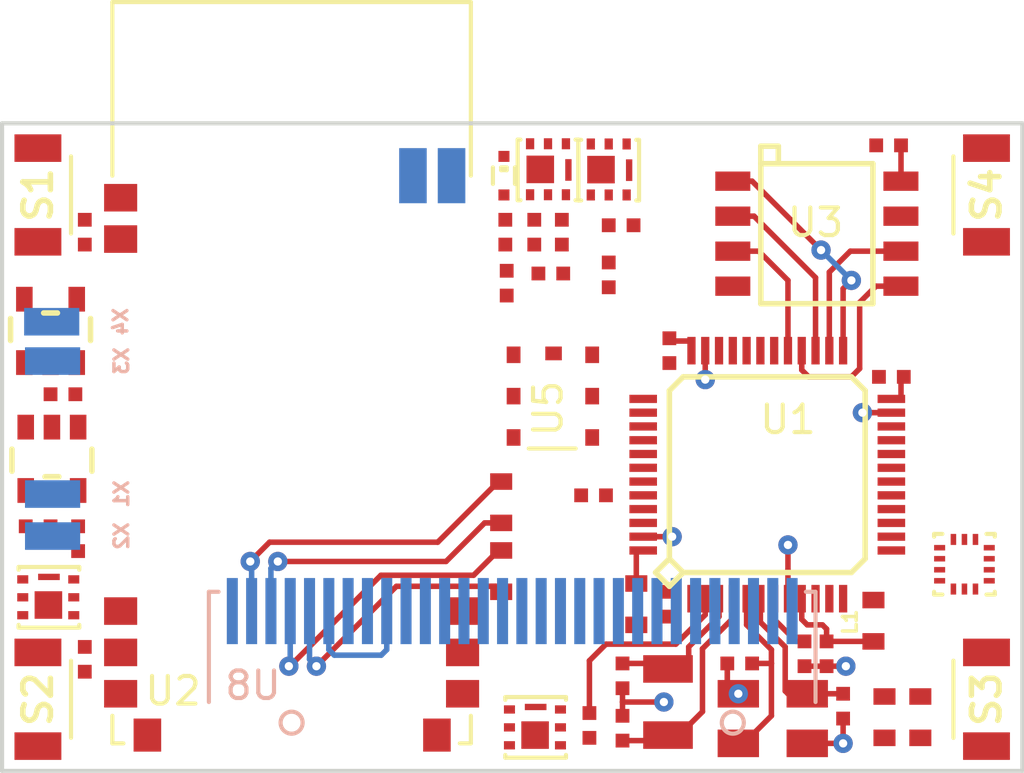
<source format=kicad_pcb>
(kicad_pcb (version 4) (host pcbnew "(2016-01-30 BZR 6528, Git 351752f)-product")

  (general
    (links 139)
    (no_connects 109)
    (area 173.924999 80.424999 211.075001 104.075001)
    (thickness 0.8)
    (drawings 4)
    (tracks 132)
    (zones 0)
    (modules 55)
    (nets 102)
  )

  (page A4)
  (layers
    (0 F.Cu signal)
    (31 B.Cu signal)
    (32 B.Adhes user)
    (33 F.Adhes user)
    (34 B.Paste user)
    (35 F.Paste user)
    (36 B.SilkS user)
    (37 F.SilkS user)
    (38 B.Mask user)
    (39 F.Mask user)
    (40 Dwgs.User user)
    (41 Cmts.User user)
    (42 Eco1.User user)
    (43 Eco2.User user)
    (44 Edge.Cuts user)
    (45 Margin user)
    (46 B.CrtYd user)
    (47 F.CrtYd user)
    (48 B.Fab user)
    (49 F.Fab user)
  )

  (setup
    (last_trace_width 0.2)
    (trace_clearance 0.2)
    (zone_clearance 0.508)
    (zone_45_only no)
    (trace_min 0.2)
    (segment_width 0.2)
    (edge_width 0.15)
    (via_size 0.7)
    (via_drill 0.3)
    (via_min_size 0.7)
    (via_min_drill 0.3)
    (uvia_size 0.3)
    (uvia_drill 0.1)
    (uvias_allowed no)
    (uvia_min_size 0.2)
    (uvia_min_drill 0.1)
    (pcb_text_width 0.3)
    (pcb_text_size 1.5 1.5)
    (mod_edge_width 0.15)
    (mod_text_size 1 1)
    (mod_text_width 0.15)
    (pad_size 1.2 1)
    (pad_drill 0)
    (pad_to_mask_clearance 0.15)
    (solder_mask_min_width 0.1)
    (aux_axis_origin 0 0)
    (visible_elements 7FFFFF7F)
    (pcbplotparams
      (layerselection 0x00030_ffffffff)
      (usegerberextensions false)
      (excludeedgelayer true)
      (linewidth 0.100000)
      (plotframeref false)
      (viasonmask false)
      (mode 1)
      (useauxorigin false)
      (hpglpennumber 1)
      (hpglpenspeed 20)
      (hpglpendiameter 15)
      (hpglpenoverlay 2)
      (psnegative false)
      (psa4output false)
      (plotreference true)
      (plotvalue true)
      (plotinvisibletext false)
      (padsonsilk false)
      (subtractmaskfromsilk false)
      (outputformat 1)
      (mirror false)
      (drillshape 1)
      (scaleselection 1)
      (outputdirectory ""))
  )

  (net 0 "")
  (net 1 "Net-(S1-Pad1)")
  (net 2 "Net-(S1-Pad2)")
  (net 3 "Net-(U1-Pad10)")
  (net 4 "Net-(U1-Pad11)")
  (net 5 "Net-(U1-Pad12)")
  (net 6 "Net-(U1-Pad13)")
  (net 7 "Net-(U1-Pad14)")
  (net 8 "Net-(U1-Pad15)")
  (net 9 "Net-(U1-Pad16)")
  (net 10 "Net-(U1-Pad17)")
  (net 11 "Net-(U1-Pad18)")
  (net 12 "Net-(U1-Pad19)")
  (net 13 "Net-(U1-Pad20)")
  (net 14 "Net-(U1-Pad21)")
  (net 15 "Net-(U1-Pad22)")
  (net 16 "Net-(U1-Pad30)")
  (net 17 "Net-(U1-Pad31)")
  (net 18 "Net-(U1-Pad32)")
  (net 19 "Net-(U1-Pad33)")
  (net 20 "Net-(U1-Pad34)")
  (net 21 "Net-(U1-Pad37)")
  (net 22 "Net-(U1-Pad38)")
  (net 23 "Net-(U1-Pad39)")
  (net 24 "Net-(U1-Pad40)")
  (net 25 "Net-(U2-Pad2)")
  (net 26 "Net-(U2-Pad1)")
  (net 27 "Net-(U2-Pad23)")
  (net 28 "Net-(U2-Pad24)")
  (net 29 "Net-(S2-Pad1)")
  (net 30 "Net-(S2-Pad2)")
  (net 31 "Net-(S3-Pad1)")
  (net 32 "Net-(S3-Pad2)")
  (net 33 "Net-(S4-Pad1)")
  (net 34 "Net-(S4-Pad2)")
  (net 35 "Net-(U4-Pad1)")
  (net 36 "Net-(U4-Pad2)")
  (net 37 "Net-(U4-Pad3)")
  (net 38 "Net-(U4-Pad4)")
  (net 39 "Net-(U4-Pad5)")
  (net 40 "Net-(U4-Pad6)")
  (net 41 "Net-(U4-Pad7)")
  (net 42 "Net-(U4-Pad8)")
  (net 43 "Net-(U4-Pad9)")
  (net 44 "Net-(U4-Pad10)")
  (net 45 "Net-(U4-Pad11)")
  (net 46 "Net-(U4-Pad12)")
  (net 47 "Net-(U4-Pad13)")
  (net 48 "Net-(U4-Pad14)")
  (net 49 "Net-(U5-Pad1)")
  (net 50 "Net-(U5-Pad2)")
  (net 51 "Net-(U5-Pad3)")
  (net 52 "Net-(U5-Pad4)")
  (net 53 "Net-(U5-Pad5)")
  (net 54 "Net-(U5-Pad6)")
  (net 55 "Net-(U5-Pad7)")
  (net 56 GND)
  (net 57 "Net-(C1-Pad2)")
  (net 58 "Net-(C2-Pad2)")
  (net 59 "Net-(C3-Pad2)")
  (net 60 "Net-(C4-Pad2)")
  (net 61 /VMOT)
  (net 62 /VBAT)
  (net 63 "Net-(R1-Pad2)")
  (net 64 /MOT_EN)
  (net 65 "Net-(R2-Pad2)")
  (net 66 /VBAT_EN)
  (net 67 "Net-(R4-Pad2)")
  (net 68 "Net-(R6-Pad2)")
  (net 69 "Net-(R7-Pad2)")
  (net 70 /VBAT_ADC)
  (net 71 "Net-(R9-Pad2)")
  (net 72 /DISP_EN)
  (net 73 /BT_EN)
  (net 74 /DISP_PWR)
  (net 75 /3V3)
  (net 76 /BT_PWR)
  (net 77 /CHRG)
  (net 78 /VCHRG)
  (net 79 "Net-(C9-Pad2)")
  (net 80 "Net-(C10-Pad2)")
  (net 81 /BT_RST)
  (net 82 /MEM_SCK)
  (net 83 /MEM_MISO)
  (net 84 /MEM_MOSI)
  (net 85 /MEM_WP)
  (net 86 /MEM_CS)
  (net 87 "Net-(R10-Pad2)")
  (net 88 "Net-(U8-Pad7)")
  (net 89 "Net-(U8-Pad20)")
  (net 90 "Net-(C15-Pad1)")
  (net 91 "Net-(C15-Pad2)")
  (net 92 "Net-(C16-Pad1)")
  (net 93 "Net-(C16-Pad2)")
  (net 94 "Net-(R11-Pad1)")
  (net 95 "Net-(C17-Pad1)")
  (net 96 "Net-(C18-Pad1)")
  (net 97 /DISP_nCS)
  (net 98 /DISP_nRES)
  (net 99 /DISP_DC)
  (net 100 /DISP_CLK)
  (net 101 /DISP_MOSI)

  (net_class Default "This is the default net class."
    (clearance 0.2)
    (trace_width 0.2)
    (via_dia 0.7)
    (via_drill 0.3)
    (uvia_dia 0.3)
    (uvia_drill 0.1)
    (add_net /3V3)
    (add_net /BT_EN)
    (add_net /BT_PWR)
    (add_net /BT_RST)
    (add_net /CHRG)
    (add_net /DISP_CLK)
    (add_net /DISP_DC)
    (add_net /DISP_EN)
    (add_net /DISP_MOSI)
    (add_net /DISP_PWR)
    (add_net /DISP_nCS)
    (add_net /DISP_nRES)
    (add_net /MEM_CS)
    (add_net /MEM_MISO)
    (add_net /MEM_MOSI)
    (add_net /MEM_SCK)
    (add_net /MEM_WP)
    (add_net /MOT_EN)
    (add_net /VBAT)
    (add_net /VBAT_ADC)
    (add_net /VBAT_EN)
    (add_net /VCHRG)
    (add_net /VMOT)
    (add_net GND)
    (add_net "Net-(C1-Pad2)")
    (add_net "Net-(C10-Pad2)")
    (add_net "Net-(C15-Pad1)")
    (add_net "Net-(C15-Pad2)")
    (add_net "Net-(C16-Pad1)")
    (add_net "Net-(C16-Pad2)")
    (add_net "Net-(C17-Pad1)")
    (add_net "Net-(C18-Pad1)")
    (add_net "Net-(C2-Pad2)")
    (add_net "Net-(C3-Pad2)")
    (add_net "Net-(C4-Pad2)")
    (add_net "Net-(C9-Pad2)")
    (add_net "Net-(R1-Pad2)")
    (add_net "Net-(R10-Pad2)")
    (add_net "Net-(R11-Pad1)")
    (add_net "Net-(R2-Pad2)")
    (add_net "Net-(R4-Pad2)")
    (add_net "Net-(R6-Pad2)")
    (add_net "Net-(R7-Pad2)")
    (add_net "Net-(R9-Pad2)")
    (add_net "Net-(S1-Pad1)")
    (add_net "Net-(S1-Pad2)")
    (add_net "Net-(S2-Pad1)")
    (add_net "Net-(S2-Pad2)")
    (add_net "Net-(S3-Pad1)")
    (add_net "Net-(S3-Pad2)")
    (add_net "Net-(S4-Pad1)")
    (add_net "Net-(S4-Pad2)")
    (add_net "Net-(U1-Pad10)")
    (add_net "Net-(U1-Pad11)")
    (add_net "Net-(U1-Pad12)")
    (add_net "Net-(U1-Pad13)")
    (add_net "Net-(U1-Pad14)")
    (add_net "Net-(U1-Pad15)")
    (add_net "Net-(U1-Pad16)")
    (add_net "Net-(U1-Pad17)")
    (add_net "Net-(U1-Pad18)")
    (add_net "Net-(U1-Pad19)")
    (add_net "Net-(U1-Pad20)")
    (add_net "Net-(U1-Pad21)")
    (add_net "Net-(U1-Pad22)")
    (add_net "Net-(U1-Pad30)")
    (add_net "Net-(U1-Pad31)")
    (add_net "Net-(U1-Pad32)")
    (add_net "Net-(U1-Pad33)")
    (add_net "Net-(U1-Pad34)")
    (add_net "Net-(U1-Pad37)")
    (add_net "Net-(U1-Pad38)")
    (add_net "Net-(U1-Pad39)")
    (add_net "Net-(U1-Pad40)")
    (add_net "Net-(U2-Pad1)")
    (add_net "Net-(U2-Pad2)")
    (add_net "Net-(U2-Pad23)")
    (add_net "Net-(U2-Pad24)")
    (add_net "Net-(U4-Pad1)")
    (add_net "Net-(U4-Pad10)")
    (add_net "Net-(U4-Pad11)")
    (add_net "Net-(U4-Pad12)")
    (add_net "Net-(U4-Pad13)")
    (add_net "Net-(U4-Pad14)")
    (add_net "Net-(U4-Pad2)")
    (add_net "Net-(U4-Pad3)")
    (add_net "Net-(U4-Pad4)")
    (add_net "Net-(U4-Pad5)")
    (add_net "Net-(U4-Pad6)")
    (add_net "Net-(U4-Pad7)")
    (add_net "Net-(U4-Pad8)")
    (add_net "Net-(U4-Pad9)")
    (add_net "Net-(U5-Pad1)")
    (add_net "Net-(U5-Pad2)")
    (add_net "Net-(U5-Pad3)")
    (add_net "Net-(U5-Pad4)")
    (add_net "Net-(U5-Pad5)")
    (add_net "Net-(U5-Pad6)")
    (add_net "Net-(U5-Pad7)")
    (add_net "Net-(U8-Pad20)")
    (add_net "Net-(U8-Pad7)")
  )

  (module CRYSTAL:SMD_3225 (layer F.Cu) (tedit 570959A3) (tstamp 56FFF9B8)
    (at 200.45 103.25)
    (path /56FFF7E6)
    (fp_text reference XC1 (at 4.65 -1.3 90) (layer F.SilkS) hide
      (effects (font (size 1 1) (thickness 0.15)))
    )
    (fp_text value CRYSTAL_4pin (at 0.9 -3.3) (layer F.Fab) hide
      (effects (font (size 1 1) (thickness 0.15)))
    )
    (pad 1 smd rect (at 0.25 -0.25) (size 1.5 1) (layers F.Cu F.Paste F.Mask)
      (net 59 "Net-(C3-Pad2)"))
    (pad 2 smd rect (at 2.75 -0.25) (size 1.5 1) (layers F.Cu F.Paste F.Mask)
      (net 56 GND))
    (pad 3 smd rect (at 2.75 -2.05) (size 1.5 1) (layers F.Cu F.Paste F.Mask)
      (net 60 "Net-(C4-Pad2)"))
    (pad 4 smd rect (at 0.25 -2.05) (size 1.5 1) (layers F.Cu F.Paste F.Mask)
      (net 56 GND))
    (model CRYSTAL.pretty/3D/SMD_3225.wrl
      (at (xyz 0 0 0))
      (scale (xyz 0.3937007874015748 0.3937007874015748 0.3937007874015748))
      (rotate (xyz 0 0 0))
    )
  )

  (module SO:SO8 (layer F.Cu) (tedit 57055B08) (tstamp 57002048)
    (at 200.5 82.6 270)
    (path /57001E34)
    (fp_text reference U3 (at 1.5 -3 360) (layer F.SilkS)
      (effects (font (size 1 1) (thickness 0.15)))
    )
    (fp_text value M25P40 (at 1.651 -3.175 270) (layer F.Fab) hide
      (effects (font (size 1 1) (thickness 0.15)))
    )
    (fp_line (start -0.635 -1.651) (end -1.27 -1.651) (layer F.SilkS) (width 0.2))
    (fp_line (start -1.27 -1.651) (end -1.27 -1.016) (layer F.SilkS) (width 0.2))
    (fp_line (start -1.27 -1.016) (end -0.635 -1.016) (layer F.SilkS) (width 0.2))
    (fp_line (start -0.635 -1.016) (end 4.445 -1.016) (layer F.SilkS) (width 0.2))
    (fp_line (start 4.445 -1.016) (end 4.445 -5.08) (layer F.SilkS) (width 0.2))
    (fp_line (start 4.445 -5.08) (end -0.635 -5.08) (layer F.SilkS) (width 0.2))
    (fp_line (start -0.635 -5.08) (end -0.635 -1.016) (layer F.SilkS) (width 0.2))
    (pad 1 smd rect (at 0 0 270) (size 0.7 1.27) (layers F.Cu F.Paste F.Mask)
      (net 86 /MEM_CS))
    (pad 2 smd rect (at 1.27 0 270) (size 0.7 1.27) (layers F.Cu F.Paste F.Mask)
      (net 83 /MEM_MISO))
    (pad 3 smd rect (at 2.54 0 270) (size 0.7 1.27) (layers F.Cu F.Paste F.Mask)
      (net 85 /MEM_WP))
    (pad 4 smd rect (at 3.81 0 270) (size 0.7 1.27) (layers F.Cu F.Paste F.Mask)
      (net 56 GND))
    (pad 5 smd rect (at 3.81 -6.096 270) (size 0.7 1.27) (layers F.Cu F.Paste F.Mask)
      (net 84 /MEM_MOSI))
    (pad 6 smd rect (at 2.54 -6.096 270) (size 0.7 1.27) (layers F.Cu F.Paste F.Mask)
      (net 82 /MEM_SCK))
    (pad 7 smd rect (at 1.27 -6.096 270) (size 0.7 1.27) (layers F.Cu F.Paste F.Mask)
      (net 75 /3V3))
    (pad 8 smd rect (at 0 -6.096 270) (size 0.7 1.27) (layers F.Cu F.Paste F.Mask)
      (net 75 /3V3))
    (model SO.pretty/3D/SO8.wrl
      (at (xyz 0 0 0))
      (scale (xyz 0.393701 0.393701 0.393701))
      (rotate (xyz 0 0 0))
    )
  )

  (module LQFP:LQFP48 (layer F.Cu) (tedit 56FFE049) (tstamp 56FFF7FA)
    (at 199 97.75)
    (path /56FFF11D)
    (fp_text reference U1 (at 3.5 -6.5) (layer F.SilkS)
      (effects (font (size 1 1) (thickness 0.15)))
    )
    (fp_text value STM32F103C8T6 (at 3.75 -5) (layer F.Fab) hide
      (effects (font (size 1 1) (thickness 0.15)))
    )
    (fp_line (start -0.3 -8.05) (end -0.8 -7.55) (layer F.SilkS) (width 0.2))
    (fp_line (start 5.8 -8.05) (end 6.3 -7.55) (layer F.SilkS) (width 0.2))
    (fp_line (start 5.8 -0.95) (end 6.3 -1.45) (layer F.SilkS) (width 0.2))
    (fp_line (start -0.8 -1.45) (end -0.8 -7.55) (layer F.SilkS) (width 0.2))
    (fp_line (start -0.3 -8.05) (end 5.8 -8.05) (layer F.SilkS) (width 0.2))
    (fp_line (start 6.3 -7.55) (end 6.3 -1.45) (layer F.SilkS) (width 0.2))
    (fp_line (start 5.8 -0.95) (end -0.3 -0.95) (layer F.SilkS) (width 0.2))
    (fp_line (start -0.8 -1.45) (end -1.3 -0.95) (layer F.SilkS) (width 0.2))
    (fp_line (start -1.3 -0.95) (end -0.8 -0.45) (layer F.SilkS) (width 0.2))
    (fp_line (start -0.8 -0.45) (end -0.3 -0.95) (layer F.SilkS) (width 0.2))
    (fp_line (start -0.8 -1.45) (end -0.3 -0.95) (layer F.SilkS) (width 0.2))
    (pad 1 smd rect (at 0 0) (size 0.3 1) (layers F.Cu F.Paste F.Mask)
      (net 75 /3V3))
    (pad 2 smd rect (at 0.5 0) (size 0.3 1) (layers F.Cu F.Paste F.Mask)
      (net 72 /DISP_EN))
    (pad 3 smd rect (at 1 0) (size 0.3 1) (layers F.Cu F.Paste F.Mask)
      (net 57 "Net-(C1-Pad2)"))
    (pad 4 smd rect (at 1.5 0) (size 0.3 1) (layers F.Cu F.Paste F.Mask)
      (net 58 "Net-(C2-Pad2)"))
    (pad 5 smd rect (at 2 0) (size 0.3 1) (layers F.Cu F.Paste F.Mask)
      (net 59 "Net-(C3-Pad2)"))
    (pad 6 smd rect (at 2.5 0) (size 0.3 1) (layers F.Cu F.Paste F.Mask)
      (net 60 "Net-(C4-Pad2)"))
    (pad 7 smd rect (at 3 0) (size 0.3 1) (layers F.Cu F.Paste F.Mask)
      (net 80 "Net-(C10-Pad2)"))
    (pad 8 smd rect (at 3.5 0) (size 0.3 1) (layers F.Cu F.Paste F.Mask)
      (net 56 GND))
    (pad 9 smd rect (at 4 0) (size 0.3 1) (layers F.Cu F.Paste F.Mask)
      (net 79 "Net-(C9-Pad2)"))
    (pad 10 smd rect (at 4.5 0) (size 0.3 1) (layers F.Cu F.Paste F.Mask)
      (net 3 "Net-(U1-Pad10)"))
    (pad 11 smd rect (at 5 0) (size 0.3 1) (layers F.Cu F.Paste F.Mask)
      (net 4 "Net-(U1-Pad11)"))
    (pad 12 smd rect (at 5.5 0) (size 0.3 1) (layers F.Cu F.Paste F.Mask)
      (net 5 "Net-(U1-Pad12)"))
    (pad 13 smd rect (at 7.25 -1.75) (size 1 0.3) (layers F.Cu F.Paste F.Mask)
      (net 6 "Net-(U1-Pad13)"))
    (pad 14 smd rect (at 7.25 -2.25) (size 1 0.3) (layers F.Cu F.Paste F.Mask)
      (net 7 "Net-(U1-Pad14)"))
    (pad 15 smd rect (at 7.25 -2.75) (size 1 0.3) (layers F.Cu F.Paste F.Mask)
      (net 8 "Net-(U1-Pad15)"))
    (pad 16 smd rect (at 7.25 -3.25) (size 1 0.3) (layers F.Cu F.Paste F.Mask)
      (net 9 "Net-(U1-Pad16)"))
    (pad 17 smd rect (at 7.25 -3.75) (size 1 0.3) (layers F.Cu F.Paste F.Mask)
      (net 10 "Net-(U1-Pad17)"))
    (pad 18 smd rect (at 7.25 -4.25) (size 1 0.3) (layers F.Cu F.Paste F.Mask)
      (net 11 "Net-(U1-Pad18)"))
    (pad 19 smd rect (at 7.25 -4.75) (size 1 0.3) (layers F.Cu F.Paste F.Mask)
      (net 12 "Net-(U1-Pad19)"))
    (pad 20 smd rect (at 7.25 -5.25) (size 1 0.3) (layers F.Cu F.Paste F.Mask)
      (net 13 "Net-(U1-Pad20)"))
    (pad 21 smd rect (at 7.25 -5.75) (size 1 0.3) (layers F.Cu F.Paste F.Mask)
      (net 14 "Net-(U1-Pad21)"))
    (pad 22 smd rect (at 7.25 -6.25) (size 1 0.3) (layers F.Cu F.Paste F.Mask)
      (net 15 "Net-(U1-Pad22)"))
    (pad 23 smd rect (at 7.25 -6.75) (size 1 0.3) (layers F.Cu F.Paste F.Mask)
      (net 56 GND))
    (pad 24 smd rect (at 7.25 -7.25) (size 1 0.3) (layers F.Cu F.Paste F.Mask)
      (net 75 /3V3))
    (pad 25 smd rect (at 5.5 -9) (size 0.3 1) (layers F.Cu F.Paste F.Mask)
      (net 86 /MEM_CS))
    (pad 26 smd rect (at 5 -9) (size 0.3 1) (layers F.Cu F.Paste F.Mask)
      (net 82 /MEM_SCK))
    (pad 27 smd rect (at 4.5 -9) (size 0.3 1) (layers F.Cu F.Paste F.Mask)
      (net 83 /MEM_MISO))
    (pad 28 smd rect (at 4 -9) (size 0.3 1) (layers F.Cu F.Paste F.Mask)
      (net 84 /MEM_MOSI))
    (pad 29 smd rect (at 3.5 -9) (size 0.3 1) (layers F.Cu F.Paste F.Mask)
      (net 85 /MEM_WP))
    (pad 30 smd rect (at 3 -9) (size 0.3 1) (layers F.Cu F.Paste F.Mask)
      (net 16 "Net-(U1-Pad30)"))
    (pad 31 smd rect (at 2.5 -9) (size 0.3 1) (layers F.Cu F.Paste F.Mask)
      (net 17 "Net-(U1-Pad31)"))
    (pad 32 smd rect (at 2 -9) (size 0.3 1) (layers F.Cu F.Paste F.Mask)
      (net 18 "Net-(U1-Pad32)"))
    (pad 33 smd rect (at 1.5 -9) (size 0.3 1) (layers F.Cu F.Paste F.Mask)
      (net 19 "Net-(U1-Pad33)"))
    (pad 34 smd rect (at 1 -9) (size 0.3 1) (layers F.Cu F.Paste F.Mask)
      (net 20 "Net-(U1-Pad34)"))
    (pad 35 smd rect (at 0.5 -9) (size 0.3 1) (layers F.Cu F.Paste F.Mask)
      (net 56 GND))
    (pad 36 smd rect (at 0 -9) (size 0.3 1) (layers F.Cu F.Paste F.Mask)
      (net 75 /3V3))
    (pad 37 smd rect (at -1.75 -7.25) (size 1 0.3) (layers F.Cu F.Paste F.Mask)
      (net 21 "Net-(U1-Pad37)"))
    (pad 38 smd rect (at -1.75 -6.75) (size 1 0.3) (layers F.Cu F.Paste F.Mask)
      (net 22 "Net-(U1-Pad38)"))
    (pad 39 smd rect (at -1.75 -6.25) (size 1 0.3) (layers F.Cu F.Paste F.Mask)
      (net 23 "Net-(U1-Pad39)"))
    (pad 40 smd rect (at -1.75 -5.75) (size 1 0.3) (layers F.Cu F.Paste F.Mask)
      (net 24 "Net-(U1-Pad40)"))
    (pad 41 smd rect (at -1.75 -5.25) (size 1 0.3) (layers F.Cu F.Paste F.Mask)
      (net 97 /DISP_nCS))
    (pad 42 smd rect (at -1.75 -4.75) (size 1 0.3) (layers F.Cu F.Paste F.Mask)
      (net 98 /DISP_nRES))
    (pad 43 smd rect (at -1.75 -4.25) (size 1 0.3) (layers F.Cu F.Paste F.Mask)
      (net 99 /DISP_DC))
    (pad 44 smd rect (at -1.75 -3.75) (size 1 0.3) (layers F.Cu F.Paste F.Mask)
      (net 87 "Net-(R10-Pad2)"))
    (pad 45 smd rect (at -1.75 -3.25) (size 1 0.3) (layers F.Cu F.Paste F.Mask)
      (net 100 /DISP_CLK))
    (pad 46 smd rect (at -1.75 -2.75) (size 1 0.3) (layers F.Cu F.Paste F.Mask)
      (net 101 /DISP_MOSI))
    (pad 47 smd rect (at -1.75 -2.25) (size 1 0.3) (layers F.Cu F.Paste F.Mask)
      (net 56 GND))
    (pad 48 smd rect (at -1.75 -1.75) (size 1 0.3) (layers F.Cu F.Paste F.Mask)
      (net 75 /3V3))
    (model LQFP.pretty/3D/LQFP48.wrl
      (at (xyz 0 0 0))
      (scale (xyz 0.393701 0.393701 0.393701))
      (rotate (xyz 0 0 0))
    )
  )

  (module CRYSTAL:SMD_3215 (layer F.Cu) (tedit 570572DF) (tstamp 56FFF9BE)
    (at 197.5 100 270)
    (path /56FFF8E5)
    (fp_text reference XC2 (at -1.25 0.5 360) (layer F.SilkS) hide
      (effects (font (size 1 1) (thickness 0.2)))
    )
    (fp_text value CRYSTAL_2pin (at 0.9 -3.3 270) (layer F.Fab) hide
      (effects (font (size 1 1) (thickness 0.15)))
    )
    (pad 1 smd rect (at 0.3 -0.65 270) (size 1 1.8) (layers F.Cu F.Paste F.Mask)
      (net 57 "Net-(C1-Pad2)"))
    (pad 2 smd rect (at 2.7 -0.65 270) (size 1 1.8) (layers F.Cu F.Paste F.Mask)
      (net 58 "Net-(C2-Pad2)"))
    (model CRYSTAL.pretty/3D/SMD_3215.wrl
      (at (xyz 0 0 0))
      (scale (xyz 0.393701 0.393701 0.393701))
      (rotate (xyz 0 0 0))
    )
  )

  (module BUTTONS:B3U3000P (layer F.Cu) (tedit 57055B3E) (tstamp 56FFF7BB)
    (at 175.3 85.1 90)
    (path /56FFF456)
    (fp_text reference S1 (at 2 0 90) (layer F.SilkS)
      (effects (font (size 1 1) (thickness 0.2)))
    )
    (fp_text value button_NO (at 0.9 -3.3 90) (layer F.Fab) hide
      (effects (font (size 1 1) (thickness 0.15)))
    )
    (fp_line (start 0.6 1.2) (end 3.4 1.2) (layer F.SilkS) (width 0.15))
    (pad 1 smd rect (at 0.3 0 90) (size 1 1.7) (layers F.Cu F.Paste F.Mask)
      (net 1 "Net-(S1-Pad1)"))
    (pad 2 smd rect (at 3.7 0 90) (size 1 1.7) (layers F.Cu F.Paste F.Mask)
      (net 2 "Net-(S1-Pad2)"))
    (model BUTTONS.pretty/3D/B3U3000P.wrl
      (at (xyz 0 0 0))
      (scale (xyz 0.393701 0.393701 0.393701))
      (rotate (xyz 0 0 0))
    )
  )

  (module discrete_SMD:0402_R (layer F.Cu) (tedit 57056634) (tstamp 56FFF860)
    (at 176.758 96.024 90)
    (path /56FEC18B)
    (fp_text reference R1 (at 0.7 0.7 90) (layer F.SilkS) hide
      (effects (font (size 0.5 0.5) (thickness 0.125)))
    )
    (fp_text value resistor (at 0.6 1.7 90) (layer F.Fab) hide
      (effects (font (size 1 1) (thickness 0.15)))
    )
    (pad 1 smd rect (at 0 0 90) (size 0.5 0.5) (layers F.Cu F.Paste F.Mask)
      (net 56 GND))
    (pad 2 smd rect (at 0.9 0 90) (size 0.5 0.5) (layers F.Cu F.Paste F.Mask)
      (net 63 "Net-(R1-Pad2)"))
    (model discrete_SMD.pretty/3D/0402_R.wrl
      (at (xyz -0.002 0 0))
      (scale (xyz 0.393701 0.393701 0.393701))
      (rotate (xyz 0 0 0))
    )
  )

  (module SOD:SOD523 (layer F.Cu) (tedit 57056C9A) (tstamp 56FFF854)
    (at 192.2 83.2)
    (path /56FEC1FB)
    (fp_text reference D1 (at 2.75 -0.5 90) (layer F.SilkS) hide
      (effects (font (size 1 1) (thickness 0.2)))
    )
    (fp_text value diode (at 0.9 -3.3) (layer F.Fab) hide
      (effects (font (size 1 1) (thickness 0.15)))
    )
    (fp_line (start -0.1 -1.1) (end 0.1 -1.1) (layer F.SilkS) (width 0.15))
    (fp_line (start 0.1 -1.1) (end 0.1 -1) (layer F.SilkS) (width 0.15))
    (fp_line (start 0.1 -1) (end -0.1 -1) (layer F.SilkS) (width 0.15))
    (fp_line (start -0.1 -1) (end -0.1 -1.1) (layer F.SilkS) (width 0.15))
    (fp_line (start 0.4 -1.1) (end 0.4 -0.5) (layer F.SilkS) (width 0.15))
    (fp_line (start -0.4 -1.1) (end -0.4 -0.5) (layer F.SilkS) (width 0.15))
    (pad 1 smd rect (at 0 -0.1) (size 0.4 0.4) (layers F.Cu F.Paste F.Mask)
      (net 61 /VMOT))
    (pad 2 smd rect (at 0 -1.5) (size 0.4 0.4) (layers F.Cu F.Paste F.Mask)
      (net 62 /VBAT))
    (model SOD.pretty/3D/SOD523.wrl
      (at (xyz 0 0 0))
      (scale (xyz 0.393701 0.393701 0.393701))
      (rotate (xyz 0 0 0))
    )
  )

  (module BUTTONS:B3U3000P (layer F.Cu) (tedit 57055B24) (tstamp 5700116D)
    (at 209.7 99.4 270)
    (path /57001663)
    (fp_text reference S3 (at 2 0 270) (layer F.SilkS)
      (effects (font (size 1 1) (thickness 0.2)))
    )
    (fp_text value button_NO (at 0.9 -3.3 270) (layer F.Fab) hide
      (effects (font (size 1 1) (thickness 0.15)))
    )
    (fp_line (start 0.6 1.2) (end 3.4 1.2) (layer F.SilkS) (width 0.15))
    (pad 1 smd rect (at 0.3 0 270) (size 1 1.7) (layers F.Cu F.Paste F.Mask)
      (net 31 "Net-(S3-Pad1)"))
    (pad 2 smd rect (at 3.7 0 270) (size 1 1.7) (layers F.Cu F.Paste F.Mask)
      (net 32 "Net-(S3-Pad2)"))
    (model BUTTONS.pretty/3D/B3U3000P.wrl
      (at (xyz 0 0 0))
      (scale (xyz 0.393701 0.393701 0.393701))
      (rotate (xyz 0 0 0))
    )
  )

  (module BUTTONS:B3U3000P (layer F.Cu) (tedit 57055B32) (tstamp 57001167)
    (at 175.3 103.4 90)
    (path /570016B7)
    (fp_text reference S2 (at 2 0 90) (layer F.SilkS)
      (effects (font (size 1 1) (thickness 0.2)))
    )
    (fp_text value button_NO (at 0.9 -3.3 90) (layer F.Fab) hide
      (effects (font (size 1 1) (thickness 0.15)))
    )
    (fp_line (start 0.6 1.2) (end 3.4 1.2) (layer F.SilkS) (width 0.15))
    (pad 1 smd rect (at 0.3 0 90) (size 1 1.7) (layers F.Cu F.Paste F.Mask)
      (net 29 "Net-(S2-Pad1)"))
    (pad 2 smd rect (at 3.7 0 90) (size 1 1.7) (layers F.Cu F.Paste F.Mask)
      (net 30 "Net-(S2-Pad2)"))
    (model BUTTONS.pretty/3D/B3U3000P.wrl
      (at (xyz 0 0 0))
      (scale (xyz 0.393701 0.393701 0.393701))
      (rotate (xyz 0 0 0))
    )
  )

  (module BUTTONS:B3U3000P (layer F.Cu) (tedit 57055B44) (tstamp 57001173)
    (at 209.7 81.1 270)
    (path /570016F5)
    (fp_text reference S4 (at 2 0 270) (layer F.SilkS)
      (effects (font (size 1 1) (thickness 0.2)))
    )
    (fp_text value button_NO (at 0.9 -3.3 270) (layer F.Fab) hide
      (effects (font (size 1 1) (thickness 0.15)))
    )
    (fp_line (start 0.6 1.2) (end 3.4 1.2) (layer F.SilkS) (width 0.15))
    (pad 1 smd rect (at 0.3 0 270) (size 1 1.7) (layers F.Cu F.Paste F.Mask)
      (net 33 "Net-(S4-Pad1)"))
    (pad 2 smd rect (at 3.7 0 270) (size 1 1.7) (layers F.Cu F.Paste F.Mask)
      (net 34 "Net-(S4-Pad2)"))
    (model BUTTONS.pretty/3D/B3U3000P.wrl
      (at (xyz 0 0 0))
      (scale (xyz 0.393701 0.393701 0.393701))
      (rotate (xyz 0 0 0))
    )
  )

  (module LGA:LGA14 (layer F.Cu) (tedit 570A0DB7) (tstamp 5702CABC)
    (at 207.8 97.6)
    (path /5702CB5A)
    (fp_text reference U4 (at -0.5 1.3) (layer F.SilkS) hide
      (effects (font (size 1 1) (thickness 0.15)))
    )
    (fp_text value BMC150 (at 0.1 1.9) (layer F.Fab) hide
      (effects (font (size 1 1) (thickness 0.15)))
    )
    (fp_line (start 0.3 -2.2) (end 0 -2.2) (layer F.SilkS) (width 0.15))
    (fp_line (start 0 -2.2) (end 0 -2.1) (layer F.SilkS) (width 0.15))
    (fp_line (start 2.2 -2.1) (end 2.2 -2.2) (layer F.SilkS) (width 0.15))
    (fp_line (start 2.2 -2.2) (end 1.9 -2.2) (layer F.SilkS) (width 0.15))
    (fp_line (start 1.9 0) (end 2.2 0) (layer F.SilkS) (width 0.15))
    (fp_line (start 2.2 0) (end 2.2 -0.1) (layer F.SilkS) (width 0.15))
    (fp_line (start 0 -0.1) (end 0 0) (layer F.SilkS) (width 0.15))
    (fp_line (start 0 0) (end 0.3 0) (layer F.SilkS) (width 0.15))
    (pad 1 smd rect (at 0.2 -1.7) (size 0.4 0.2) (layers F.Cu F.Paste F.Mask)
      (net 35 "Net-(U4-Pad1)"))
    (pad 2 smd rect (at 0.2 -1.3) (size 0.4 0.2) (layers F.Cu F.Paste F.Mask)
      (net 36 "Net-(U4-Pad2)"))
    (pad 3 smd rect (at 0.2 -0.9) (size 0.4 0.2) (layers F.Cu F.Paste F.Mask)
      (net 37 "Net-(U4-Pad3)"))
    (pad 4 smd rect (at 0.2 -0.5) (size 0.4 0.2) (layers F.Cu F.Paste F.Mask)
      (net 38 "Net-(U4-Pad4)"))
    (pad 5 smd rect (at 0.7 -0.2) (size 0.2 0.4) (layers F.Cu F.Paste F.Mask)
      (net 39 "Net-(U4-Pad5)"))
    (pad 6 smd rect (at 1.1 -0.2) (size 0.2 0.4) (layers F.Cu F.Paste F.Mask)
      (net 40 "Net-(U4-Pad6)"))
    (pad 7 smd rect (at 1.5 -0.2) (size 0.2 0.4) (layers F.Cu F.Paste F.Mask)
      (net 41 "Net-(U4-Pad7)"))
    (pad 8 smd rect (at 2 -0.5) (size 0.4 0.2) (layers F.Cu F.Paste F.Mask)
      (net 42 "Net-(U4-Pad8)"))
    (pad 9 smd rect (at 2 -0.9) (size 0.4 0.2) (layers F.Cu F.Paste F.Mask)
      (net 43 "Net-(U4-Pad9)"))
    (pad 10 smd rect (at 2 -1.3) (size 0.4 0.2) (layers F.Cu F.Paste F.Mask)
      (net 44 "Net-(U4-Pad10)"))
    (pad 11 smd rect (at 2 -1.7) (size 0.4 0.2) (layers F.Cu F.Paste F.Mask)
      (net 45 "Net-(U4-Pad11)"))
    (pad 12 smd rect (at 1.5 -2) (size 0.2 0.4) (layers F.Cu F.Paste F.Mask)
      (net 46 "Net-(U4-Pad12)"))
    (pad 13 smd rect (at 1.1 -2) (size 0.2 0.4) (layers F.Cu F.Paste F.Mask)
      (net 47 "Net-(U4-Pad13)"))
    (pad 14 smd rect (at 0.7 -2) (size 0.2 0.4) (layers F.Cu F.Paste F.Mask)
      (net 48 "Net-(U4-Pad14)"))
    (model LGA.pretty/3D/LGA14.wrl
      (at (xyz 0 0 0))
      (scale (xyz 0.3937007874015748 0.3937007874015748 0.3937007874015748))
      (rotate (xyz 0 0 0))
    )
  )

  (module LGA:LGA7 (layer F.Cu) (tedit 57055B0D) (tstamp 5703EF08)
    (at 192.3 88.6 270)
    (path /5703EF31)
    (fp_text reference U5 (at 2.25 -1.5 270) (layer F.SilkS)
      (effects (font (size 1 1) (thickness 0.15)))
    )
    (fp_text value BMP180 (at 1.9 -4.1 270) (layer F.Fab) hide
      (effects (font (size 1 1) (thickness 0.15)))
    )
    (fp_line (start 3.7 -2.5) (end 3.7 -0.8) (layer F.SilkS) (width 0.15))
    (pad 1 smd rect (at 0.3 -0.25 270) (size 0.6 0.5) (layers F.Cu F.Paste F.Mask)
      (net 49 "Net-(U5-Pad1)"))
    (pad 2 smd rect (at 1.8 -0.25 270) (size 0.6 0.5) (layers F.Cu F.Paste F.Mask)
      (net 50 "Net-(U5-Pad2)"))
    (pad 3 smd rect (at 3.3 -0.25 270) (size 0.6 0.5) (layers F.Cu F.Paste F.Mask)
      (net 51 "Net-(U5-Pad3)"))
    (pad 4 smd rect (at 3.3 -3.1 270) (size 0.6 0.5) (layers F.Cu F.Paste F.Mask)
      (net 52 "Net-(U5-Pad4)"))
    (pad 5 smd rect (at 1.8 -3.1 270) (size 0.6 0.5) (layers F.Cu F.Paste F.Mask)
      (net 53 "Net-(U5-Pad5)"))
    (pad 6 smd rect (at 0.3 -3.1 270) (size 0.6 0.5) (layers F.Cu F.Paste F.Mask)
      (net 54 "Net-(U5-Pad6)"))
    (pad 7 smd rect (at 0.25 -1.7 270) (size 0.5 0.6) (layers F.Cu F.Paste F.Mask)
      (net 55 "Net-(U5-Pad7)"))
    (model LGA.pretty/3D/LGA7.wrl
      (at (xyz 0 0 0))
      (scale (xyz 0.393701 0.393701 0.393701))
      (rotate (xyz 0 0 0))
    )
  )

  (module discrete_SMD:0402_C (layer F.Cu) (tedit 57040E09) (tstamp 57040056)
    (at 196.5 101 90)
    (path /5703FE56)
    (fp_text reference C1 (at 0.7 0.7 90) (layer F.SilkS) hide
      (effects (font (size 0.5 0.5) (thickness 0.125)))
    )
    (fp_text value capacitor (at 0.6 1.7 90) (layer F.Fab) hide
      (effects (font (size 1 1) (thickness 0.15)))
    )
    (pad 1 smd rect (at 0 0 90) (size 0.5 0.5) (layers F.Cu F.Paste F.Mask)
      (net 56 GND))
    (pad 2 smd rect (at 0.9 0 90) (size 0.5 0.5) (layers F.Cu F.Paste F.Mask)
      (net 57 "Net-(C1-Pad2)"))
    (model discrete_SMD.pretty/3D/0402_C.wrl
      (at (xyz -0.0021 0 0))
      (scale (xyz 0.393701 0.393701 0.393701))
      (rotate (xyz 0 0 0))
    )
  )

  (module discrete_SMD:0402_C (layer F.Cu) (tedit 57040E16) (tstamp 5704005C)
    (at 196.5 102 270)
    (path /5703FEAA)
    (fp_text reference C2 (at 0.7 0.7 270) (layer F.SilkS) hide
      (effects (font (size 0.5 0.5) (thickness 0.125)))
    )
    (fp_text value capacitor (at 0.6 1.7 270) (layer F.Fab) hide
      (effects (font (size 1 1) (thickness 0.15)))
    )
    (pad 1 smd rect (at 0 0 270) (size 0.5 0.5) (layers F.Cu F.Paste F.Mask)
      (net 56 GND))
    (pad 2 smd rect (at 0.9 0 270) (size 0.5 0.5) (layers F.Cu F.Paste F.Mask)
      (net 58 "Net-(C2-Pad2)"))
    (model discrete_SMD.pretty/3D/0402_C.wrl
      (at (xyz -0.0021 0 0))
      (scale (xyz 0.393701 0.393701 0.393701))
      (rotate (xyz 0 0 0))
    )
  )

  (module discrete_SMD:0402_C (layer F.Cu) (tedit 57055B21) (tstamp 57040062)
    (at 200.3 100.1)
    (path /5704021A)
    (fp_text reference C3 (at 0.7 0.7) (layer F.SilkS) hide
      (effects (font (size 0.5 0.5) (thickness 0.125)))
    )
    (fp_text value capacitor (at 0.6 1.7) (layer F.Fab) hide
      (effects (font (size 1 1) (thickness 0.15)))
    )
    (pad 1 smd rect (at 0 0) (size 0.5 0.5) (layers F.Cu F.Paste F.Mask)
      (net 56 GND))
    (pad 2 smd rect (at 0.9 0) (size 0.5 0.5) (layers F.Cu F.Paste F.Mask)
      (net 59 "Net-(C3-Pad2)"))
    (model discrete_SMD.pretty/3D/0402_C.wrl
      (at (xyz -0.0021 0 0))
      (scale (xyz 0.393701 0.393701 0.393701))
      (rotate (xyz 0 0 0))
    )
  )

  (module discrete_SMD:0402_C (layer F.Cu) (tedit 57057661) (tstamp 57040068)
    (at 204.5 102.1 90)
    (path /5704025C)
    (fp_text reference C4 (at 0.7 0.7 90) (layer F.SilkS) hide
      (effects (font (size 0.5 0.5) (thickness 0.125)))
    )
    (fp_text value capacitor (at 0.6 1.7 90) (layer F.Fab) hide
      (effects (font (size 1 1) (thickness 0.15)))
    )
    (pad 1 smd rect (at 0 0 90) (size 0.5 0.5) (layers F.Cu F.Paste F.Mask)
      (net 56 GND))
    (pad 2 smd rect (at 0.9 0 90) (size 0.5 0.5) (layers F.Cu F.Paste F.Mask)
      (net 60 "Net-(C4-Pad2)"))
    (model discrete_SMD.pretty/3D/0402_C.wrl
      (at (xyz -0.0021 0 0))
      (scale (xyz 0.393701 0.393701 0.393701))
      (rotate (xyz 0 0 0))
    )
  )

  (module SOT:SOT23-5 (layer F.Cu) (tedit 5705662D) (tstamp 57055B56)
    (at 176.758 91.524 180)
    (path /57055B67)
    (fp_text reference U6 (at 1 -3.75 180) (layer F.SilkS) hide
      (effects (font (size 1 1) (thickness 0.2)))
    )
    (fp_text value STC4054 (at 1 -1.2 180) (layer F.Fab) hide
      (effects (font (size 1 1) (thickness 0.15)))
    )
    (fp_line (start 0.7 -1.8) (end 1.2 -1.8) (layer F.SilkS) (width 0.2))
    (fp_line (start 2.4 -1.6) (end 2.4 -0.8) (layer F.SilkS) (width 0.2))
    (fp_line (start -0.5 -1.6) (end -0.5 -0.8) (layer F.SilkS) (width 0.2))
    (pad 1 smd rect (at 0 0 180) (size 0.6 0.9) (layers F.Cu F.Paste F.Mask)
      (net 77 /CHRG))
    (pad 2 smd rect (at 0.95 0 180) (size 0.6 0.9) (layers F.Cu F.Paste F.Mask)
      (net 56 GND))
    (pad 3 smd rect (at 1.9 0 180) (size 0.6 0.9) (layers F.Cu F.Paste F.Mask)
      (net 62 /VBAT))
    (pad 4 smd rect (at 1.9 -2.3 180) (size 0.6 0.9) (layers F.Cu F.Paste F.Mask)
      (net 78 /VCHRG))
    (pad 5 smd rect (at 0 -2.3 180) (size 0.6 0.9) (layers F.Cu F.Paste F.Mask)
      (net 63 "Net-(R1-Pad2)"))
    (model SOT.pretty/3D/SOT23-5.wrl
      (at (xyz 0 0 0))
      (scale (xyz 0.393701 0.393701 0.393701))
      (rotate (xyz 0 0 0))
    )
  )

  (module SOT:SOT23-5 (layer F.Cu) (tedit 5705682A) (tstamp 57055B5F)
    (at 174.808 89.182)
    (path /57055ABC)
    (fp_text reference U7 (at 1 -3.75) (layer F.SilkS) hide
      (effects (font (size 1 1) (thickness 0.2)))
    )
    (fp_text value NCP551 (at 1 -1.2) (layer F.Fab) hide
      (effects (font (size 1 1) (thickness 0.15)))
    )
    (fp_line (start 0.7 -1.8) (end 1.2 -1.8) (layer F.SilkS) (width 0.2))
    (fp_line (start 2.4 -1.6) (end 2.4 -0.8) (layer F.SilkS) (width 0.2))
    (fp_line (start -0.5 -1.6) (end -0.5 -0.8) (layer F.SilkS) (width 0.2))
    (pad 1 smd rect (at 0 0) (size 0.6 0.9) (layers F.Cu F.Paste F.Mask)
      (net 62 /VBAT))
    (pad 2 smd rect (at 0.95 0) (size 0.6 0.9) (layers F.Cu F.Paste F.Mask)
      (net 56 GND))
    (pad 3 smd rect (at 1.9 0) (size 0.6 0.9) (layers F.Cu F.Paste F.Mask)
      (net 62 /VBAT))
    (pad 4 smd rect (at 1.9 -2.3) (size 0.6 0.9) (layers F.Cu F.Paste F.Mask))
    (pad 5 smd rect (at 0 -2.3) (size 0.6 0.9) (layers F.Cu F.Paste F.Mask)
      (net 75 /3V3))
    (model SOT.pretty/3D/SOT23-5.wrl
      (at (xyz 0 0 0))
      (scale (xyz 0.393701 0.393701 0.393701))
      (rotate (xyz 0 0 0))
    )
  )

  (module discrete_SMD:0402_R (layer F.Cu) (tedit 57056CA0) (tstamp 57055F10)
    (at 193.3 84.9 90)
    (path /570568B8)
    (fp_text reference R2 (at 0.7 0.7 90) (layer F.SilkS) hide
      (effects (font (size 0.5 0.5) (thickness 0.125)))
    )
    (fp_text value resistor (at 0.6 1.7 90) (layer F.Fab) hide
      (effects (font (size 1 1) (thickness 0.15)))
    )
    (pad 1 smd rect (at 0 0 90) (size 0.5 0.5) (layers F.Cu F.Paste F.Mask)
      (net 64 /MOT_EN))
    (pad 2 smd rect (at 0.9 0 90) (size 0.5 0.5) (layers F.Cu F.Paste F.Mask)
      (net 65 "Net-(R2-Pad2)"))
    (model discrete_SMD.pretty/3D/0402_R.wrl
      (at (xyz -0.002 0 0))
      (scale (xyz 0.393701 0.393701 0.393701))
      (rotate (xyz 0 0 0))
    )
  )

  (module discrete_SMD:0402_R (layer F.Cu) (tedit 57056CA5) (tstamp 57055F16)
    (at 194.3 84 270)
    (path /57056977)
    (fp_text reference R3 (at 0.7 0.7 270) (layer F.SilkS) hide
      (effects (font (size 0.5 0.5) (thickness 0.125)))
    )
    (fp_text value resistor (at 0.6 1.7 270) (layer F.Fab) hide
      (effects (font (size 1 1) (thickness 0.15)))
    )
    (pad 1 smd rect (at 0 0 270) (size 0.5 0.5) (layers F.Cu F.Paste F.Mask)
      (net 65 "Net-(R2-Pad2)"))
    (pad 2 smd rect (at 0.9 0 270) (size 0.5 0.5) (layers F.Cu F.Paste F.Mask)
      (net 56 GND))
    (model discrete_SMD.pretty/3D/0402_R.wrl
      (at (xyz -0.002 0 0))
      (scale (xyz 0.393701 0.393701 0.393701))
      (rotate (xyz 0 0 0))
    )
  )

  (module discrete_SMD:0402_R (layer F.Cu) (tedit 5705768D) (tstamp 57055F1C)
    (at 196 86.45 90)
    (path /57056DDC)
    (fp_text reference R4 (at 0.7 0.7 90) (layer F.SilkS) hide
      (effects (font (size 0.5 0.5) (thickness 0.125)))
    )
    (fp_text value resistor (at 0.6 1.7 90) (layer F.Fab) hide
      (effects (font (size 1 1) (thickness 0.15)))
    )
    (pad 1 smd rect (at 0 0 90) (size 0.5 0.5) (layers F.Cu F.Paste F.Mask)
      (net 66 /VBAT_EN))
    (pad 2 smd rect (at 0.9 0 90) (size 0.5 0.5) (layers F.Cu F.Paste F.Mask)
      (net 67 "Net-(R4-Pad2)"))
    (model discrete_SMD.pretty/3D/0402_R.wrl
      (at (xyz -0.002 0 0))
      (scale (xyz 0.393701 0.393701 0.393701))
      (rotate (xyz 0 0 0))
    )
  )

  (module discrete_SMD:0402_R (layer F.Cu) (tedit 57057693) (tstamp 57055F22)
    (at 196 84.2)
    (path /57056E63)
    (fp_text reference R5 (at 0.7 0.7) (layer F.SilkS) hide
      (effects (font (size 0.5 0.5) (thickness 0.125)))
    )
    (fp_text value resistor (at 0.6 1.7) (layer F.Fab) hide
      (effects (font (size 1 1) (thickness 0.15)))
    )
    (pad 1 smd rect (at 0 0) (size 0.5 0.5) (layers F.Cu F.Paste F.Mask)
      (net 67 "Net-(R4-Pad2)"))
    (pad 2 smd rect (at 0.9 0) (size 0.5 0.5) (layers F.Cu F.Paste F.Mask)
      (net 56 GND))
    (model discrete_SMD.pretty/3D/0402_R.wrl
      (at (xyz -0.002 0 0))
      (scale (xyz 0.393701 0.393701 0.393701))
      (rotate (xyz 0 0 0))
    )
  )

  (module discrete_SMD:0402_R (layer F.Cu) (tedit 5705764F) (tstamp 57055F28)
    (at 195.3 101.9 270)
    (path /570562E7)
    (fp_text reference R6 (at 0.7 0.7 270) (layer F.SilkS) hide
      (effects (font (size 0.5 0.5) (thickness 0.125)))
    )
    (fp_text value resistor (at 0.6 1.7 270) (layer F.Fab) hide
      (effects (font (size 1 1) (thickness 0.15)))
    )
    (pad 1 smd rect (at 0 0 270) (size 0.5 0.5) (layers F.Cu F.Paste F.Mask)
      (net 72 /DISP_EN))
    (pad 2 smd rect (at 0.9 0 270) (size 0.5 0.5) (layers F.Cu F.Paste F.Mask)
      (net 68 "Net-(R6-Pad2)"))
    (model discrete_SMD.pretty/3D/0402_R.wrl
      (at (xyz -0.002 0 0))
      (scale (xyz 0.393701 0.393701 0.393701))
      (rotate (xyz 0 0 0))
    )
  )

  (module discrete_SMD:0402_R (layer F.Cu) (tedit 57057654) (tstamp 57055F2E)
    (at 177 100.4 90)
    (path /57056381)
    (fp_text reference R7 (at 0.7 0.7 90) (layer F.SilkS) hide
      (effects (font (size 0.5 0.5) (thickness 0.125)))
    )
    (fp_text value resistor (at 0.6 1.7 90) (layer F.Fab) hide
      (effects (font (size 1 1) (thickness 0.15)))
    )
    (pad 1 smd rect (at 0 0 90) (size 0.5 0.5) (layers F.Cu F.Paste F.Mask)
      (net 73 /BT_EN))
    (pad 2 smd rect (at 0.9 0 90) (size 0.5 0.5) (layers F.Cu F.Paste F.Mask)
      (net 69 "Net-(R7-Pad2)"))
    (model discrete_SMD.pretty/3D/0402_R.wrl
      (at (xyz -0.002 0 0))
      (scale (xyz 0.393701 0.393701 0.393701))
      (rotate (xyz 0 0 0))
    )
  )

  (module discrete_SMD:0402_C (layer F.Cu) (tedit 57057699) (tstamp 5705603C)
    (at 192.25 84.9 90)
    (path /570594EB)
    (fp_text reference C5 (at 0.7 0.7 90) (layer F.SilkS) hide
      (effects (font (size 0.5 0.5) (thickness 0.125)))
    )
    (fp_text value capacitor (at 0.6 1.7 90) (layer F.Fab) hide
      (effects (font (size 1 1) (thickness 0.15)))
    )
    (pad 1 smd rect (at 0 0 90) (size 0.5 0.5) (layers F.Cu F.Paste F.Mask)
      (net 70 /VBAT_ADC))
    (pad 2 smd rect (at 0.9 0 90) (size 0.5 0.5) (layers F.Cu F.Paste F.Mask)
      (net 56 GND))
    (model discrete_SMD.pretty/3D/0402_C.wrl
      (at (xyz -0.0021 0 0))
      (scale (xyz 0.393701 0.393701 0.393701))
      (rotate (xyz 0 0 0))
    )
  )

  (module discrete_SMD:0402_R (layer F.Cu) (tedit 57057683) (tstamp 57056042)
    (at 192.3 86.75 90)
    (path /57058DF9)
    (fp_text reference R8 (at 0.7 0.7 90) (layer F.SilkS) hide
      (effects (font (size 0.5 0.5) (thickness 0.125)))
    )
    (fp_text value resistor (at 0.6 1.7 90) (layer F.Fab) hide
      (effects (font (size 1 1) (thickness 0.15)))
    )
    (pad 1 smd rect (at 0 0 90) (size 0.5 0.5) (layers F.Cu F.Paste F.Mask)
      (net 62 /VBAT))
    (pad 2 smd rect (at 0.9 0 90) (size 0.5 0.5) (layers F.Cu F.Paste F.Mask)
      (net 70 /VBAT_ADC))
    (model discrete_SMD.pretty/3D/0402_R.wrl
      (at (xyz -0.002 0 0))
      (scale (xyz 0.393701 0.393701 0.393701))
      (rotate (xyz 0 0 0))
    )
  )

  (module discrete_SMD:0402_R (layer F.Cu) (tedit 57057688) (tstamp 57056048)
    (at 193.45 85.95)
    (path /57058D40)
    (fp_text reference R9 (at 0.7 0.7) (layer F.SilkS) hide
      (effects (font (size 0.5 0.5) (thickness 0.125)))
    )
    (fp_text value resistor (at 0.6 1.7) (layer F.Fab) hide
      (effects (font (size 1 1) (thickness 0.15)))
    )
    (pad 1 smd rect (at 0 0) (size 0.5 0.5) (layers F.Cu F.Paste F.Mask)
      (net 70 /VBAT_ADC))
    (pad 2 smd rect (at 0.9 0) (size 0.5 0.5) (layers F.Cu F.Paste F.Mask)
      (net 71 "Net-(R9-Pad2)"))
    (model discrete_SMD.pretty/3D/0402_R.wrl
      (at (xyz -0.002 0 0))
      (scale (xyz 0.393701 0.393701 0.393701))
      (rotate (xyz 0 0 0))
    )
  )

  (module discrete_SMD:0402_C (layer F.Cu) (tedit 5705679D) (tstamp 570567CA)
    (at 176.658 90.332 180)
    (path /5705DA40)
    (fp_text reference C6 (at 0.7 0.7 180) (layer F.SilkS) hide
      (effects (font (size 0.5 0.5) (thickness 0.125)))
    )
    (fp_text value capacitor (at 0.6 1.7 180) (layer F.Fab) hide
      (effects (font (size 1 1) (thickness 0.15)))
    )
    (pad 1 smd rect (at 0 0 180) (size 0.5 0.5) (layers F.Cu F.Paste F.Mask)
      (net 62 /VBAT))
    (pad 2 smd rect (at 0.9 0 180) (size 0.5 0.5) (layers F.Cu F.Paste F.Mask)
      (net 56 GND))
    (model discrete_SMD.pretty/3D/0402_C.wrl
      (at (xyz -0.0021 0 0))
      (scale (xyz 0.393701 0.393701 0.393701))
      (rotate (xyz 0 0 0))
    )
  )

  (module discrete_SMD:0402_C (layer F.Cu) (tedit 57056797) (tstamp 570567D0)
    (at 177 84 270)
    (path /5705E086)
    (fp_text reference C7 (at 0.7 0.7 270) (layer F.SilkS) hide
      (effects (font (size 0.5 0.5) (thickness 0.125)))
    )
    (fp_text value capacitor (at 0.6 1.7 270) (layer F.Fab) hide
      (effects (font (size 1 1) (thickness 0.15)))
    )
    (pad 1 smd rect (at 0 0 270) (size 0.5 0.5) (layers F.Cu F.Paste F.Mask)
      (net 56 GND))
    (pad 2 smd rect (at 0.9 0 270) (size 0.5 0.5) (layers F.Cu F.Paste F.Mask)
      (net 75 /3V3))
    (model discrete_SMD.pretty/3D/0402_C.wrl
      (at (xyz -0.0021 0 0))
      (scale (xyz 0.393701 0.393701 0.393701))
      (rotate (xyz 0 0 0))
    )
  )

  (module discrete_SMD:0402_C (layer F.Cu) (tedit 570567A2) (tstamp 570567D6)
    (at 175.758 95.124 180)
    (path /5705E313)
    (fp_text reference C8 (at 0.7 0.7 180) (layer F.SilkS) hide
      (effects (font (size 0.5 0.5) (thickness 0.125)))
    )
    (fp_text value capacitor (at 0.6 1.7 180) (layer F.Fab) hide
      (effects (font (size 1 1) (thickness 0.15)))
    )
    (pad 1 smd rect (at 0 0 180) (size 0.5 0.5) (layers F.Cu F.Paste F.Mask)
      (net 56 GND))
    (pad 2 smd rect (at 0.9 0 180) (size 0.5 0.5) (layers F.Cu F.Paste F.Mask)
      (net 78 /VCHRG))
    (model discrete_SMD.pretty/3D/0402_C.wrl
      (at (xyz -0.0021 0 0))
      (scale (xyz 0.393701 0.393701 0.393701))
      (rotate (xyz 0 0 0))
    )
  )

  (module CONNECTORS:SLD_POINT (layer B.Cu) (tedit 57056950) (tstamp 570569DE)
    (at 175.832 95.478 90)
    (path /5705EB34)
    (fp_text reference X2 (at 0 2.5 90) (layer B.SilkS)
      (effects (font (size 0.5 0.5) (thickness 0.125)) (justify mirror))
    )
    (fp_text value PLS1 (at 0.127 1.397 90) (layer B.Fab) hide
      (effects (font (size 1 1) (thickness 0.15)) (justify mirror))
    )
    (pad 1 smd rect (at 0 0 90) (size 1 2) (layers B.Cu B.Paste B.Mask)
      (net 56 GND))
  )

  (module CONNECTORS:SLD_POINT (layer B.Cu) (tedit 57056950) (tstamp 570569D9)
    (at 175.832 93.954 90)
    (path /5705E83F)
    (fp_text reference X1 (at 0 2.5 90) (layer B.SilkS)
      (effects (font (size 0.5 0.5) (thickness 0.125)) (justify mirror))
    )
    (fp_text value PLS1 (at 0.127 1.397 90) (layer B.Fab) hide
      (effects (font (size 1 1) (thickness 0.15)) (justify mirror))
    )
    (pad 1 smd rect (at 0 0 90) (size 1 2) (layers B.Cu B.Paste B.Mask)
      (net 78 /VCHRG))
  )

  (module CONNECTORS:SLD_POINT (layer B.Cu) (tedit 57056950) (tstamp 570569E3)
    (at 175.832 89.128 90)
    (path /5705EF50)
    (fp_text reference X3 (at 0 2.5 90) (layer B.SilkS)
      (effects (font (size 0.5 0.5) (thickness 0.125)) (justify mirror))
    )
    (fp_text value PLS1 (at 0.127 1.397 90) (layer B.Fab) hide
      (effects (font (size 1 1) (thickness 0.15)) (justify mirror))
    )
    (pad 1 smd rect (at 0 0 90) (size 1 2) (layers B.Cu B.Paste B.Mask)
      (net 62 /VBAT))
  )

  (module CONNECTORS:SLD_POINT (layer B.Cu) (tedit 57056950) (tstamp 570569E8)
    (at 175.8 87.7 90)
    (path /5705EFD0)
    (fp_text reference X4 (at 0 2.5 90) (layer B.SilkS)
      (effects (font (size 0.5 0.5) (thickness 0.125)) (justify mirror))
    )
    (fp_text value PLS1 (at 0.127 1.397 90) (layer B.Fab) hide
      (effects (font (size 1 1) (thickness 0.15)) (justify mirror))
    )
    (pad 1 smd rect (at 0 0 90) (size 1 2) (layers B.Cu B.Paste B.Mask)
      (net 56 GND))
  )

  (module CONNECTORS:SLD_POINT (layer B.Cu) (tedit 570576A5) (tstamp 57056D48)
    (at 190.3 82.4)
    (path /57060524)
    (fp_text reference X5 (at 0 2.5) (layer B.SilkS) hide
      (effects (font (size 0.5 0.5) (thickness 0.125)) (justify mirror))
    )
    (fp_text value PLS1 (at 0.127 1.397) (layer B.Fab) hide
      (effects (font (size 1 1) (thickness 0.15)) (justify mirror))
    )
    (pad 1 smd rect (at 0 0) (size 1 2) (layers B.Cu B.Paste B.Mask)
      (net 62 /VBAT))
  )

  (module CONNECTORS:SLD_POINT (layer B.Cu) (tedit 570576AD) (tstamp 57056D4D)
    (at 188.9 82.4)
    (path /5706016E)
    (fp_text reference X6 (at 0 2.5) (layer B.SilkS) hide
      (effects (font (size 0.5 0.5) (thickness 0.125)) (justify mirror))
    )
    (fp_text value PLS1 (at 0.127 1.397) (layer B.Fab) hide
      (effects (font (size 1 1) (thickness 0.15)) (justify mirror))
    )
    (pad 1 smd rect (at 0 0) (size 1 2) (layers B.Cu B.Paste B.Mask)
      (net 61 /VMOT))
  )

  (module IR:PQFN2x2 (layer F.Cu) (tedit 57056F11) (tstamp 57055F3A)
    (at 192.798 83.192)
    (path /5705652F)
    (fp_text reference VT3 (at 0.8 -3) (layer F.SilkS) hide
      (effects (font (size 1 1) (thickness 0.15)))
    )
    (fp_text value MOSFET_N_DGS (at 0.5 1.1) (layer F.Fab) hide
      (effects (font (size 1 1) (thickness 0.15)))
    )
    (fp_line (start 2.1 -2.1) (end 2 -2.1) (layer F.SilkS) (width 0.15))
    (fp_line (start 2.1 0.1) (end 2 0.1) (layer F.SilkS) (width 0.15))
    (fp_line (start -0.1 0.1) (end 0 0.1) (layer F.SilkS) (width 0.15))
    (fp_line (start -0.1 -2.1) (end 0 -2.1) (layer F.SilkS) (width 0.15))
    (fp_line (start 2.1 0.1) (end 2.1 -2.1) (layer F.SilkS) (width 0.15))
    (fp_line (start -0.1 -2.1) (end -0.1 0.1) (layer F.SilkS) (width 0.15))
    (pad 1 smd rect (at 0.35 -0.1) (size 0.3 0.4) (layers F.Cu F.Paste F.Mask)
      (net 61 /VMOT))
    (pad 1 smd rect (at 1 -0.1) (size 0.3 0.4) (layers F.Cu F.Paste F.Mask)
      (net 61 /VMOT))
    (pad 2 smd rect (at 1.65 -0.1) (size 0.3 0.4) (layers F.Cu F.Paste F.Mask)
      (net 65 "Net-(R2-Pad2)"))
    (pad 1 smd rect (at 0.35 -1.95) (size 0.3 0.4) (layers F.Cu F.Paste F.Mask)
      (net 61 /VMOT))
    (pad 1 smd rect (at 1 -1.95) (size 0.3 0.4) (layers F.Cu F.Paste F.Mask)
      (net 61 /VMOT))
    (pad 3 smd rect (at 1.65 -1.95) (size 0.3 0.4) (layers F.Cu F.Paste F.Mask)
      (net 56 GND))
    (pad 1 smd rect (at 0.72 -1.02) (size 1 1) (layers F.Cu F.Paste F.Mask)
      (net 61 /VMOT))
    (pad 3 smd rect (at 1.74 -1) (size 0.23 0.785) (layers F.Cu F.Paste F.Mask)
      (net 56 GND))
    (model IR.pretty/3D/PQFN2x2.wrl
      (at (xyz 0 0 0))
      (scale (xyz 0.3937007874015748 0.3937007874015748 0.3937007874015748))
      (rotate (xyz 0 0 0))
    )
  )

  (module discrete_SMD:0402_C (layer F.Cu) (tedit 5705765C) (tstamp 570570EB)
    (at 203.9 100.2 90)
    (path /57061B34)
    (fp_text reference C9 (at 0.7 0.7 90) (layer F.SilkS) hide
      (effects (font (size 0.5 0.5) (thickness 0.125)))
    )
    (fp_text value capacitor (at 0.6 1.7 90) (layer F.Fab) hide
      (effects (font (size 1 1) (thickness 0.15)))
    )
    (pad 1 smd rect (at 0 0 90) (size 0.5 0.5) (layers F.Cu F.Paste F.Mask)
      (net 56 GND))
    (pad 2 smd rect (at 0.9 0 90) (size 0.5 0.5) (layers F.Cu F.Paste F.Mask)
      (net 79 "Net-(C9-Pad2)"))
    (model discrete_SMD.pretty/3D/0402_C.wrl
      (at (xyz -0.0021 0 0))
      (scale (xyz 0.393701 0.393701 0.393701))
      (rotate (xyz 0 0 0))
    )
  )

  (module discrete_SMD:0402_C (layer F.Cu) (tedit 57057080) (tstamp 570570F1)
    (at 203.1 100.2 90)
    (path /57060F63)
    (fp_text reference C10 (at 0.7 0.7 90) (layer F.SilkS) hide
      (effects (font (size 0.5 0.5) (thickness 0.125)))
    )
    (fp_text value capacitor (at 0.6 1.7 90) (layer F.Fab) hide
      (effects (font (size 1 1) (thickness 0.15)))
    )
    (pad 1 smd rect (at 0 0 90) (size 0.5 0.5) (layers F.Cu F.Paste F.Mask)
      (net 56 GND))
    (pad 2 smd rect (at 0.9 0 90) (size 0.5 0.5) (layers F.Cu F.Paste F.Mask)
      (net 80 "Net-(C10-Pad2)"))
    (model discrete_SMD.pretty/3D/0402_C.wrl
      (at (xyz -0.0021 0 0))
      (scale (xyz 0.393701 0.393701 0.393701))
      (rotate (xyz 0 0 0))
    )
  )

  (module discrete_SMD:0402_C (layer F.Cu) (tedit 5705767B) (tstamp 57057301)
    (at 206.7 89.7 180)
    (path /570629DA)
    (fp_text reference C12 (at 0.7 0.7 180) (layer F.SilkS) hide
      (effects (font (size 0.5 0.5) (thickness 0.125)))
    )
    (fp_text value capacitor (at 0.6 1.7 180) (layer F.Fab) hide
      (effects (font (size 1 1) (thickness 0.15)))
    )
    (pad 1 smd rect (at 0 0 180) (size 0.5 0.5) (layers F.Cu F.Paste F.Mask)
      (net 75 /3V3))
    (pad 2 smd rect (at 0.9 0 180) (size 0.5 0.5) (layers F.Cu F.Paste F.Mask)
      (net 56 GND))
    (model discrete_SMD.pretty/3D/0402_C.wrl
      (at (xyz -0.0021 0 0))
      (scale (xyz 0.393701 0.393701 0.393701))
      (rotate (xyz 0 0 0))
    )
  )

  (module discrete_SMD:0402_C (layer F.Cu) (tedit 57057360) (tstamp 57057307)
    (at 198.2 88.3 270)
    (path /570632F5)
    (fp_text reference C13 (at 0.7 0.7 270) (layer F.SilkS) hide
      (effects (font (size 0.5 0.5) (thickness 0.125)))
    )
    (fp_text value capacitor (at 0.6 1.7 270) (layer F.Fab) hide
      (effects (font (size 1 1) (thickness 0.15)))
    )
    (pad 1 smd rect (at 0 0 270) (size 0.5 0.5) (layers F.Cu F.Paste F.Mask)
      (net 75 /3V3))
    (pad 2 smd rect (at 0.9 0 270) (size 0.5 0.5) (layers F.Cu F.Paste F.Mask)
      (net 56 GND))
    (model discrete_SMD.pretty/3D/0402_C.wrl
      (at (xyz -0.0021 0 0))
      (scale (xyz 0.393701 0.393701 0.393701))
      (rotate (xyz 0 0 0))
    )
  )

  (module IR:PQFN2x2 (layer F.Cu) (tedit 5705744E) (tstamp 5702C2F2)
    (at 176.7 98.7 90)
    (path /57059EAC)
    (fp_text reference VT2 (at 0.8 -3 90) (layer F.SilkS) hide
      (effects (font (size 1 1) (thickness 0.15)))
    )
    (fp_text value MOSFET_P_DGS (at 0.5 1.1 90) (layer F.Fab) hide
      (effects (font (size 1 1) (thickness 0.15)))
    )
    (fp_line (start 2.1 -2.1) (end 2 -2.1) (layer F.SilkS) (width 0.15))
    (fp_line (start 2.1 0.1) (end 2 0.1) (layer F.SilkS) (width 0.15))
    (fp_line (start -0.1 0.1) (end 0 0.1) (layer F.SilkS) (width 0.15))
    (fp_line (start -0.1 -2.1) (end 0 -2.1) (layer F.SilkS) (width 0.15))
    (fp_line (start 2.1 0.1) (end 2.1 -2.1) (layer F.SilkS) (width 0.15))
    (fp_line (start -0.1 -2.1) (end -0.1 0.1) (layer F.SilkS) (width 0.15))
    (pad 1 smd rect (at 0.35 -0.1 90) (size 0.3 0.4) (layers F.Cu F.Paste F.Mask)
      (net 76 /BT_PWR))
    (pad 1 smd rect (at 1 -0.1 90) (size 0.3 0.4) (layers F.Cu F.Paste F.Mask)
      (net 76 /BT_PWR))
    (pad 2 smd rect (at 1.65 -0.1 90) (size 0.3 0.4) (layers F.Cu F.Paste F.Mask)
      (net 69 "Net-(R7-Pad2)"))
    (pad 1 smd rect (at 0.35 -1.95 90) (size 0.3 0.4) (layers F.Cu F.Paste F.Mask)
      (net 76 /BT_PWR))
    (pad 1 smd rect (at 1 -1.95 90) (size 0.3 0.4) (layers F.Cu F.Paste F.Mask)
      (net 76 /BT_PWR))
    (pad 3 smd rect (at 1.65 -1.95 90) (size 0.3 0.4) (layers F.Cu F.Paste F.Mask)
      (net 75 /3V3))
    (pad 1 smd rect (at 0.72 -1.02 90) (size 1 1) (layers F.Cu F.Paste F.Mask)
      (net 76 /BT_PWR))
    (pad 3 smd rect (at 1.74 -1 90) (size 0.23 0.785) (layers F.Cu F.Paste F.Mask)
      (net 75 /3V3))
    (model IR.pretty/3D/PQFN2x2.wrl
      (at (xyz 0 0 0))
      (scale (xyz 0.3937007874015748 0.3937007874015748 0.3937007874015748))
      (rotate (xyz 0 0 0))
    )
  )

  (module IR:PQFN2x2 (layer F.Cu) (tedit 570574CA) (tstamp 57055F46)
    (at 195 83.2)
    (path /57056681)
    (fp_text reference VT4 (at 0.8 -3) (layer F.SilkS) hide
      (effects (font (size 1 1) (thickness 0.15)))
    )
    (fp_text value MOSFET_N_DGS (at 0.5 1.1) (layer F.Fab) hide
      (effects (font (size 1 1) (thickness 0.15)))
    )
    (fp_line (start 2.1 -2.1) (end 2 -2.1) (layer F.SilkS) (width 0.15))
    (fp_line (start 2.1 0.1) (end 2 0.1) (layer F.SilkS) (width 0.15))
    (fp_line (start -0.1 0.1) (end 0 0.1) (layer F.SilkS) (width 0.15))
    (fp_line (start -0.1 -2.1) (end 0 -2.1) (layer F.SilkS) (width 0.15))
    (fp_line (start 2.1 0.1) (end 2.1 -2.1) (layer F.SilkS) (width 0.15))
    (fp_line (start -0.1 -2.1) (end -0.1 0.1) (layer F.SilkS) (width 0.15))
    (pad 1 smd rect (at 0.35 -0.1) (size 0.3 0.4) (layers F.Cu F.Paste F.Mask)
      (net 71 "Net-(R9-Pad2)"))
    (pad 1 smd rect (at 1 -0.1) (size 0.3 0.4) (layers F.Cu F.Paste F.Mask)
      (net 71 "Net-(R9-Pad2)"))
    (pad 2 smd rect (at 1.65 -0.1) (size 0.3 0.4) (layers F.Cu F.Paste F.Mask)
      (net 67 "Net-(R4-Pad2)"))
    (pad 1 smd rect (at 0.35 -1.95) (size 0.3 0.4) (layers F.Cu F.Paste F.Mask)
      (net 71 "Net-(R9-Pad2)"))
    (pad 1 smd rect (at 1 -1.95) (size 0.3 0.4) (layers F.Cu F.Paste F.Mask)
      (net 71 "Net-(R9-Pad2)"))
    (pad 3 smd rect (at 1.65 -1.95) (size 0.3 0.4) (layers F.Cu F.Paste F.Mask)
      (net 56 GND))
    (pad 1 smd rect (at 0.72 -1.02) (size 1 1) (layers F.Cu F.Paste F.Mask)
      (net 71 "Net-(R9-Pad2)"))
    (pad 3 smd rect (at 1.74 -1) (size 0.23 0.785) (layers F.Cu F.Paste F.Mask)
      (net 56 GND))
    (model IR.pretty/3D/PQFN2x2.wrl
      (at (xyz 0 0 0))
      (scale (xyz 0.3937007874015748 0.3937007874015748 0.3937007874015748))
      (rotate (xyz 0 0 0))
    )
  )

  (module IR:PQFN2x2 (layer F.Cu) (tedit 570574F3) (tstamp 5702C2E0)
    (at 194.35 103.42 90)
    (path /5702C351)
    (fp_text reference VT1 (at 0.8 -3 90) (layer F.SilkS) hide
      (effects (font (size 1 1) (thickness 0.15)))
    )
    (fp_text value MOSFET_P_DGS (at 0.5 1.1 90) (layer F.Fab) hide
      (effects (font (size 1 1) (thickness 0.15)))
    )
    (fp_line (start 2.1 -2.1) (end 2 -2.1) (layer F.SilkS) (width 0.15))
    (fp_line (start 2.1 0.1) (end 2 0.1) (layer F.SilkS) (width 0.15))
    (fp_line (start -0.1 0.1) (end 0 0.1) (layer F.SilkS) (width 0.15))
    (fp_line (start -0.1 -2.1) (end 0 -2.1) (layer F.SilkS) (width 0.15))
    (fp_line (start 2.1 0.1) (end 2.1 -2.1) (layer F.SilkS) (width 0.15))
    (fp_line (start -0.1 -2.1) (end -0.1 0.1) (layer F.SilkS) (width 0.15))
    (pad 1 smd rect (at 0.35 -0.1 90) (size 0.3 0.4) (layers F.Cu F.Paste F.Mask)
      (net 74 /DISP_PWR))
    (pad 1 smd rect (at 1 -0.1 90) (size 0.3 0.4) (layers F.Cu F.Paste F.Mask)
      (net 74 /DISP_PWR))
    (pad 2 smd rect (at 1.65 -0.1 90) (size 0.3 0.4) (layers F.Cu F.Paste F.Mask)
      (net 68 "Net-(R6-Pad2)"))
    (pad 1 smd rect (at 0.35 -1.95 90) (size 0.3 0.4) (layers F.Cu F.Paste F.Mask)
      (net 74 /DISP_PWR))
    (pad 1 smd rect (at 1 -1.95 90) (size 0.3 0.4) (layers F.Cu F.Paste F.Mask)
      (net 74 /DISP_PWR))
    (pad 3 smd rect (at 1.65 -1.95 90) (size 0.3 0.4) (layers F.Cu F.Paste F.Mask)
      (net 75 /3V3))
    (pad 1 smd rect (at 0.72 -1.02 90) (size 1 1) (layers F.Cu F.Paste F.Mask)
      (net 74 /DISP_PWR))
    (pad 3 smd rect (at 1.74 -1 90) (size 0.23 0.785) (layers F.Cu F.Paste F.Mask)
      (net 75 /3V3))
    (model IR.pretty/3D/PQFN2x2.wrl
      (at (xyz 0 0 0))
      (scale (xyz 0.3937007874015748 0.3937007874015748 0.3937007874015748))
      (rotate (xyz 0 0 0))
    )
  )

  (module discrete_SMD:0402_C (layer F.Cu) (tedit 57094B7F) (tstamp 57094BB4)
    (at 205.7 81.3)
    (path /57099636)
    (fp_text reference C14 (at 0.7 0.7) (layer F.SilkS) hide
      (effects (font (size 0.5 0.5) (thickness 0.125)))
    )
    (fp_text value capacitor (at 0.6 1.7) (layer F.Fab) hide
      (effects (font (size 1 1) (thickness 0.15)))
    )
    (pad 1 smd rect (at 0 0) (size 0.5 0.5) (layers F.Cu F.Paste F.Mask)
      (net 56 GND))
    (pad 2 smd rect (at 0.9 0) (size 0.5 0.5) (layers F.Cu F.Paste F.Mask)
      (net 75 /3V3))
    (model discrete_SMD.pretty/3D/0402_C.wrl
      (at (xyz -0.0021 0 0))
      (scale (xyz 0.393701 0.393701 0.393701))
      (rotate (xyz 0 0 0))
    )
  )

  (module discrete_SMD:0402_R (layer F.Cu) (tedit 57095728) (tstamp 570957F2)
    (at 195 94)
    (path /5709F2A4)
    (fp_text reference R10 (at -1.108334 0.55) (layer F.SilkS) hide
      (effects (font (size 0.5 0.5) (thickness 0.125)))
    )
    (fp_text value resistor (at 0.6 1.7) (layer F.Fab) hide
      (effects (font (size 1 1) (thickness 0.15)))
    )
    (pad 1 smd rect (at 0 0) (size 0.5 0.5) (layers F.Cu F.Paste F.Mask)
      (net 56 GND))
    (pad 2 smd rect (at 0.9 0) (size 0.5 0.5) (layers F.Cu F.Paste F.Mask)
      (net 87 "Net-(R10-Pad2)"))
    (model discrete_SMD.pretty/3D/0402_R.wrl
      (at (xyz -0.002 0 0))
      (scale (xyz 0.393701 0.393701 0.393701))
      (rotate (xyz 0 0 0))
    )
  )

  (module MODULES:UG-2864HSWEG01 (layer B.Cu) (tedit 570969EC) (tstamp 5709F6AE)
    (at 182.35 97)
    (path /570A0209)
    (fp_text reference U8 (at 0.75 3.9) (layer B.SilkS)
      (effects (font (size 1 1) (thickness 0.15)) (justify mirror))
    )
    (fp_text value UG-2864HSWEG01 (at 9.3 3.7) (layer B.Fab) hide
      (effects (font (size 1 1) (thickness 0.15)) (justify mirror))
    )
    (fp_circle (center 18.15 5.25) (end 18.55 5.25) (layer B.SilkS) (width 0.15))
    (fp_circle (center 2.15 5.25) (end 2.55 5.25) (layer B.SilkS) (width 0.15))
    (fp_line (start 21.15 0.5) (end 21.15 4.5) (layer B.SilkS) (width 0.15))
    (fp_line (start 20.8 0.5) (end 21.15 0.5) (layer B.SilkS) (width 0.15))
    (fp_line (start -0.85 0.5) (end -0.85 4.5) (layer B.SilkS) (width 0.15))
    (fp_line (start -0.85 0.5) (end -0.5 0.5) (layer B.SilkS) (width 0.15))
    (pad 1 smd rect (at 0 1.2) (size 0.4 2.4) (layers B.Cu B.Paste B.Mask)
      (net 56 GND))
    (pad 2 smd rect (at 0.7 1.2) (size 0.4 2.4) (layers B.Cu B.Paste B.Mask)
      (net 91 "Net-(C15-Pad2)"))
    (pad 3 smd rect (at 1.4 1.2) (size 0.4 2.4) (layers B.Cu B.Paste B.Mask)
      (net 90 "Net-(C15-Pad1)"))
    (pad 4 smd rect (at 2.1 1.2) (size 0.4 2.4) (layers B.Cu B.Paste B.Mask)
      (net 93 "Net-(C16-Pad2)"))
    (pad 5 smd rect (at 2.8 1.2) (size 0.4 2.4) (layers B.Cu B.Paste B.Mask)
      (net 92 "Net-(C16-Pad1)"))
    (pad 6 smd rect (at 3.5 1.2) (size 0.4 2.4) (layers B.Cu B.Paste B.Mask)
      (net 74 /DISP_PWR))
    (pad 7 smd rect (at 4.2 1.2) (size 0.4 2.4) (layers B.Cu B.Paste B.Mask)
      (net 88 "Net-(U8-Pad7)"))
    (pad 8 smd rect (at 4.9 1.2) (size 0.4 2.4) (layers B.Cu B.Paste B.Mask)
      (net 56 GND))
    (pad 9 smd rect (at 5.6 1.2) (size 0.4 2.4) (layers B.Cu B.Paste B.Mask)
      (net 74 /DISP_PWR))
    (pad 10 smd rect (at 6.3 1.2) (size 0.4 2.4) (layers B.Cu B.Paste B.Mask)
      (net 56 GND))
    (pad 11 smd rect (at 7 1.2) (size 0.4 2.4) (layers B.Cu B.Paste B.Mask)
      (net 56 GND))
    (pad 12 smd rect (at 7.7 1.2) (size 0.4 2.4) (layers B.Cu B.Paste B.Mask)
      (net 56 GND))
    (pad 13 smd rect (at 8.4 1.2) (size 0.4 2.4) (layers B.Cu B.Paste B.Mask)
      (net 97 /DISP_nCS))
    (pad 14 smd rect (at 9.1 1.2) (size 0.4 2.4) (layers B.Cu B.Paste B.Mask)
      (net 98 /DISP_nRES))
    (pad 15 smd rect (at 9.8 1.2) (size 0.4 2.4) (layers B.Cu B.Paste B.Mask)
      (net 99 /DISP_DC))
    (pad 16 smd rect (at 10.5 1.2) (size 0.4 2.4) (layers B.Cu B.Paste B.Mask)
      (net 56 GND))
    (pad 17 smd rect (at 11.2 1.2) (size 0.4 2.4) (layers B.Cu B.Paste B.Mask)
      (net 56 GND))
    (pad 18 smd rect (at 11.9 1.2) (size 0.4 2.4) (layers B.Cu B.Paste B.Mask)
      (net 100 /DISP_CLK))
    (pad 19 smd rect (at 12.6 1.2) (size 0.4 2.4) (layers B.Cu B.Paste B.Mask)
      (net 101 /DISP_MOSI))
    (pad 20 smd rect (at 13.3 1.2) (size 0.4 2.4) (layers B.Cu B.Paste B.Mask)
      (net 89 "Net-(U8-Pad20)"))
    (pad 21 smd rect (at 14 1.2) (size 0.4 2.4) (layers B.Cu B.Paste B.Mask)
      (net 56 GND))
    (pad 22 smd rect (at 14.7 1.2) (size 0.4 2.4) (layers B.Cu B.Paste B.Mask)
      (net 56 GND))
    (pad 23 smd rect (at 15.4 1.2) (size 0.4 2.4) (layers B.Cu B.Paste B.Mask)
      (net 56 GND))
    (pad 24 smd rect (at 16.1 1.2) (size 0.4 2.4) (layers B.Cu B.Paste B.Mask)
      (net 56 GND))
    (pad 25 smd rect (at 16.8 1.2) (size 0.4 2.4) (layers B.Cu B.Paste B.Mask)
      (net 56 GND))
    (pad 26 smd rect (at 17.5 1.2) (size 0.4 2.4) (layers B.Cu B.Paste B.Mask)
      (net 94 "Net-(R11-Pad1)"))
    (pad 27 smd rect (at 18.2 1.2) (size 0.4 2.4) (layers B.Cu B.Paste B.Mask)
      (net 95 "Net-(C17-Pad1)"))
    (pad 28 smd rect (at 18.9 1.2) (size 0.4 2.4) (layers B.Cu B.Paste B.Mask)
      (net 96 "Net-(C18-Pad1)"))
    (pad 29 smd rect (at 19.6 1.2) (size 0.4 2.4) (layers B.Cu B.Paste B.Mask)
      (net 56 GND))
    (pad 30 smd rect (at 20.3 1.2) (size 0.4 2.4) (layers B.Cu B.Paste B.Mask)
      (net 56 GND))
  )

  (module discrete_SMD:0402_R (layer F.Cu) (tedit 570A0EAA) (tstamp 570A0F5C)
    (at 198.1 97.5 270)
    (path /570A1928)
    (fp_text reference R11 (at 0.7 0.7 270) (layer F.SilkS) hide
      (effects (font (size 0.5 0.5) (thickness 0.125)))
    )
    (fp_text value 390k (at 0.6 1.7 270) (layer F.Fab) hide
      (effects (font (size 1 1) (thickness 0.15)))
    )
    (pad 1 smd rect (at 0 0 270) (size 0.5 0.5) (layers F.Cu F.Paste F.Mask)
      (net 94 "Net-(R11-Pad1)"))
    (pad 2 smd rect (at 0.9 0 270) (size 0.5 0.5) (layers F.Cu F.Paste F.Mask)
      (net 56 GND))
    (model discrete_SMD.pretty/3D/0402_R.wrl
      (at (xyz -0.002 0 0))
      (scale (xyz 0.393701 0.393701 0.393701))
      (rotate (xyz 0 0 0))
    )
  )

  (module discrete_SMD:0603_C (layer F.Cu) (tedit 57167C5C) (tstamp 570A2817)
    (at 207.3 101.3 270)
    (path /570A380B)
    (fp_text reference C18 (at 0.8 0.85 270) (layer F.SilkS) hide
      (effects (font (size 0.5 0.5) (thickness 0.125)))
    )
    (fp_text value 1u/10V (at 0.6 1.7 270) (layer F.Fab) hide
      (effects (font (size 1 1) (thickness 0.15)))
    )
    (pad 1 smd rect (at 0 0 270) (size 0.6 0.8) (layers F.Cu F.Paste F.Mask)
      (net 96 "Net-(C18-Pad1)"))
    (pad 2 smd rect (at 1.5 0 270) (size 0.6 0.8) (layers F.Cu F.Paste F.Mask)
      (net 56 GND))
    (model discrete_SMD.pretty/3D/0603_C.wrl
      (at (xyz -0.002 0 0))
      (scale (xyz 0.393701 0.393701 0.393701))
      (rotate (xyz 0 0 0))
    )
  )

  (module discrete_SMD:0603_C (layer F.Cu) (tedit 57167C56) (tstamp 570A2811)
    (at 206 101.3 270)
    (path /570A364C)
    (fp_text reference C17 (at 0.8 0.85 270) (layer F.SilkS) hide
      (effects (font (size 0.5 0.5) (thickness 0.125)))
    )
    (fp_text value 1u/10V (at 0.6 1.7 270) (layer F.Fab) hide
      (effects (font (size 1 1) (thickness 0.15)))
    )
    (pad 1 smd rect (at 0 0 270) (size 0.6 0.8) (layers F.Cu F.Paste F.Mask)
      (net 95 "Net-(C17-Pad1)"))
    (pad 2 smd rect (at 1.5 0 270) (size 0.6 0.8) (layers F.Cu F.Paste F.Mask)
      (net 56 GND))
    (model discrete_SMD.pretty/3D/0603_C.wrl
      (at (xyz -0.002 0 0))
      (scale (xyz 0.393701 0.393701 0.393701))
      (rotate (xyz 0 0 0))
    )
  )

  (module discrete_SMD:0603_C (layer F.Cu) (tedit 57167BB5) (tstamp 570A0E0D)
    (at 192.1 97.5 90)
    (path /570A10A4)
    (fp_text reference C16 (at 0.8 0.85 90) (layer F.SilkS) hide
      (effects (font (size 0.5 0.5) (thickness 0.125)))
    )
    (fp_text value 1u/10V (at 0.6 1.7 90) (layer F.Fab) hide
      (effects (font (size 1 1) (thickness 0.15)))
    )
    (pad 1 smd rect (at 0 0 90) (size 0.6 0.8) (layers F.Cu F.Paste F.Mask)
      (net 92 "Net-(C16-Pad1)"))
    (pad 2 smd rect (at 1.5 0 90) (size 0.6 0.8) (layers F.Cu F.Paste F.Mask)
      (net 93 "Net-(C16-Pad2)"))
    (model discrete_SMD.pretty/3D/0603_C.wrl
      (at (xyz -0.002 0 0))
      (scale (xyz 0.393701 0.393701 0.393701))
      (rotate (xyz 0 0 0))
    )
  )

  (module discrete_SMD:0603_C (layer F.Cu) (tedit 57167BE9) (tstamp 570A0E07)
    (at 192.1 95 90)
    (path /570A0EF3)
    (fp_text reference C15 (at 0.8 0.85 90) (layer F.SilkS) hide
      (effects (font (size 0.5 0.5) (thickness 0.125)))
    )
    (fp_text value 1u/10V (at 0.6 1.7 90) (layer F.Fab) hide
      (effects (font (size 1 1) (thickness 0.15)))
    )
    (pad 1 smd rect (at 0 0 90) (size 0.6 0.8) (layers F.Cu F.Paste F.Mask)
      (net 90 "Net-(C15-Pad1)"))
    (pad 2 smd rect (at 1.5 0 90) (size 0.6 0.8) (layers F.Cu F.Paste F.Mask)
      (net 91 "Net-(C15-Pad2)"))
    (model discrete_SMD.pretty/3D/0603_C.wrl
      (at (xyz -0.002 0 0))
      (scale (xyz 0.393701 0.393701 0.393701))
      (rotate (xyz 0 0 0))
    )
  )

  (module discrete_SMD:0603_C (layer F.Cu) (tedit 57167C08) (tstamp 570572FB)
    (at 197 97.2 270)
    (path /5706432F)
    (fp_text reference C11 (at 0.8 0.85 270) (layer F.SilkS) hide
      (effects (font (size 0.5 0.5) (thickness 0.125)))
    )
    (fp_text value capacitor (at 0.6 1.7 270) (layer F.Fab) hide
      (effects (font (size 1 1) (thickness 0.15)))
    )
    (pad 1 smd rect (at 0 0 270) (size 0.6 0.8) (layers F.Cu F.Paste F.Mask)
      (net 75 /3V3))
    (pad 2 smd rect (at 1.5 0 270) (size 0.6 0.8) (layers F.Cu F.Paste F.Mask)
      (net 56 GND))
    (model discrete_SMD.pretty/3D/0603_C.wrl
      (at (xyz -0.002 0 0))
      (scale (xyz 0.393701 0.393701 0.393701))
      (rotate (xyz 0 0 0))
    )
  )

  (module discrete_SMD:0603_L (layer F.Cu) (tedit 57112368) (tstamp 56FFF85A)
    (at 205.6 97.8 270)
    (path /56FEC25E)
    (fp_text reference L1 (at 0.8 0.85 270) (layer F.SilkS)
      (effects (font (size 0.5 0.5) (thickness 0.125)))
    )
    (fp_text value inductor (at 0.6 1.7 270) (layer F.Fab) hide
      (effects (font (size 1 1) (thickness 0.15)))
    )
    (pad 1 smd rect (at 0 0 270) (size 0.6 0.8) (layers F.Cu F.Paste F.Mask)
      (net 75 /3V3))
    (pad 2 smd rect (at 1.5 0 270) (size 0.6 0.8) (layers F.Cu F.Paste F.Mask)
      (net 79 "Net-(C9-Pad2)"))
    (model discrete_SMD.pretty/3D/0603_L.wrl
      (at (xyz -0.002 0 0))
      (scale (xyz 0.393701 0.393701 0.393701))
      (rotate (xyz 0 0 0))
    )
  )

  (module MODULES:HM-10_MIN (layer F.Cu) (tedit 57167801) (tstamp 57167DCE)
    (at 178 103)
    (path /571683E7)
    (fp_text reference U2 (at 2.2 -1.9) (layer F.SilkS)
      (effects (font (size 1 1) (thickness 0.15)))
    )
    (fp_text value HM-10_MIN (at 0.2 2.1) (layer F.Fab) hide
      (effects (font (size 1 1) (thickness 0.15)))
    )
    (fp_line (start 13 -26.9) (end 0 -26.9) (layer F.SilkS) (width 0.15))
    (fp_line (start 0 -26.9) (end 0 -20.6) (layer F.SilkS) (width 0.15))
    (fp_line (start 13 -20.6) (end 13 -26.9) (layer F.SilkS) (width 0.15))
    (fp_line (start 12.6 0) (end 13 0) (layer F.SilkS) (width 0.15))
    (fp_line (start 13 0) (end 13 -1) (layer F.SilkS) (width 0.15))
    (fp_line (start 0 -1) (end 0 0) (layer F.SilkS) (width 0.15))
    (fp_line (start 0 0) (end 0.4 0) (layer F.SilkS) (width 0.15))
    (pad 13 smd rect (at 0.3 -1.8) (size 1.2 1) (layers F.Cu F.Paste F.Mask)
      (net 56 GND))
    (pad 12 smd rect (at 0.3 -3.3) (size 1.2 1) (layers F.Cu F.Paste F.Mask)
      (net 76 /BT_PWR))
    (pad 11 smd rect (at 0.3 -4.8) (size 1.2 1) (layers F.Cu F.Paste F.Mask)
      (net 81 /BT_RST))
    (pad 2 smd rect (at 0.3 -18.3) (size 1.2 1) (layers F.Cu F.Paste F.Mask)
      (net 25 "Net-(U2-Pad2)"))
    (pad 1 smd rect (at 0.3 -19.8) (size 1.2 1) (layers F.Cu F.Paste F.Mask)
      (net 26 "Net-(U2-Pad1)"))
    (pad 14 smd rect (at 1.27 -0.3) (size 1 1.2) (layers F.Cu F.Paste F.Mask)
      (net 56 GND))
    (pad 21 smd rect (at 11.77 -0.3) (size 1 1.2) (layers F.Cu F.Paste F.Mask)
      (net 56 GND))
    (pad 22 smd rect (at 12.7 -1.8) (size 1.2 1) (layers F.Cu F.Paste F.Mask)
      (net 56 GND))
    (pad 23 smd rect (at 12.7 -3.3) (size 1.2 1) (layers F.Cu F.Paste F.Mask)
      (net 27 "Net-(U2-Pad23)"))
    (pad 24 smd rect (at 12.7 -4.8) (size 1.2 1) (layers F.Cu F.Paste F.Mask)
      (net 28 "Net-(U2-Pad24)"))
    (model MODULES.pretty/3D/HM-10.wrl
      (at (xyz 0 0 0))
      (scale (xyz 0.393701 0.393701 0.393701))
      (rotate (xyz 0 0 0))
    )
  )

  (gr_line (start 174 80.5) (end 174 104) (angle 90) (layer Edge.Cuts) (width 0.15))
  (gr_line (start 211 80.5) (end 174 80.5) (angle 90) (layer Edge.Cuts) (width 0.15))
  (gr_line (start 211 104) (end 211 80.5) (angle 90) (layer Edge.Cuts) (width 0.15))
  (gr_line (start 174 104) (end 211 104) (angle 90) (layer Edge.Cuts) (width 0.15))

  (via (at 202.5 95.8) (size 0.7) (drill 0.3) (layers F.Cu B.Cu) (net 56))
  (segment (start 202.5 96.7) (end 202.5 95.8) (width 0.2) (layer F.Cu) (net 56))
  (segment (start 202.5 97.75) (end 202.5 96.7) (width 0.2) (layer F.Cu) (net 56))
  (segment (start 206.25 91) (end 205.2 91) (width 0.2) (layer F.Cu) (net 56))
  (via (at 205.2 91) (size 0.7) (drill 0.3) (layers F.Cu B.Cu) (net 56))
  (segment (start 197.25 95.5) (end 198.3 95.5) (width 0.2) (layer F.Cu) (net 56))
  (via (at 198.3 95.5) (size 0.7) (drill 0.3) (layers F.Cu B.Cu) (net 56))
  (segment (start 199.5 88.75) (end 199.5 89.8) (width 0.2) (layer F.Cu) (net 56))
  (via (at 199.5 89.8) (size 0.7) (drill 0.3) (layers F.Cu B.Cu) (net 56))
  (segment (start 200.3 100.800004) (end 200.350001 100.850005) (width 0.2) (layer F.Cu) (net 56))
  (segment (start 200.3 100.1) (end 200.3 100.800004) (width 0.2) (layer F.Cu) (net 56))
  (segment (start 200.350001 100.850005) (end 200.7 101.200004) (width 0.2) (layer F.Cu) (net 56))
  (via (at 200.7 101.200004) (size 0.7) (drill 0.3) (layers F.Cu B.Cu) (net 56))
  (segment (start 196.5 101.5) (end 196.5 102) (width 0.2) (layer F.Cu) (net 56))
  (segment (start 196.5 101) (end 196.5 101.5) (width 0.2) (layer F.Cu) (net 56))
  (segment (start 196.5 101.5) (end 198 101.5) (width 0.2) (layer F.Cu) (net 56))
  (via (at 198 101.5) (size 0.7) (drill 0.3) (layers F.Cu B.Cu) (net 56))
  (segment (start 203.9 100.2) (end 204.6 100.2) (width 0.2) (layer F.Cu) (net 56))
  (via (at 204.6 100.2) (size 0.7) (drill 0.3) (layers F.Cu B.Cu) (net 56))
  (segment (start 203.2 103) (end 204.5 103) (width 0.2) (layer F.Cu) (net 56))
  (segment (start 204.5 102.1) (end 204.5 103) (width 0.2) (layer F.Cu) (net 56))
  (via (at 204.5 103) (size 0.7) (drill 0.3) (layers F.Cu B.Cu) (net 56))
  (segment (start 203.1 100.2) (end 203.9 100.2) (width 0.2) (layer F.Cu) (net 56))
  (segment (start 200.3 101.2) (end 200.3 100.1) (width 0.2) (layer F.Cu) (net 56))
  (segment (start 200.7 101.2) (end 200.3 101.2) (width 0.2) (layer F.Cu) (net 56))
  (segment (start 198.15 100.3) (end 198.9 100.3) (width 0.2) (layer F.Cu) (net 57))
  (segment (start 198.9 100.3) (end 198.9 99.5) (width 0.2) (layer F.Cu) (net 57))
  (segment (start 196.5 100.1) (end 197.95 100.1) (width 0.2) (layer F.Cu) (net 57))
  (segment (start 197.95 100.1) (end 198.15 100.3) (width 0.2) (layer F.Cu) (net 57))
  (segment (start 198.9 99.5) (end 200 98.4) (width 0.2) (layer F.Cu) (net 57))
  (segment (start 200 98.4) (end 200 97.75) (width 0.2) (layer F.Cu) (net 57))
  (segment (start 196.5 102.9) (end 197.95 102.9) (width 0.2) (layer F.Cu) (net 58))
  (segment (start 197.95 102.9) (end 198.15 102.7) (width 0.2) (layer F.Cu) (net 58))
  (segment (start 199.4 101.85) (end 198.55 102.7) (width 0.2) (layer F.Cu) (net 58))
  (segment (start 198.55 102.7) (end 198.15 102.7) (width 0.2) (layer F.Cu) (net 58))
  (segment (start 200.5 97.75) (end 200.5 98.465698) (width 0.2) (layer F.Cu) (net 58))
  (segment (start 199.4 99.565698) (end 199.4 101.85) (width 0.2) (layer F.Cu) (net 58))
  (segment (start 200.5 98.465698) (end 199.4 99.565698) (width 0.2) (layer F.Cu) (net 58))
  (segment (start 201 98.7) (end 201 97.75) (width 0.2) (layer F.Cu) (net 59))
  (segment (start 201.2 100.1) (end 201.9 100.1) (width 0.2) (layer F.Cu) (net 59))
  (segment (start 200.7 103) (end 200.9 103) (width 0.2) (layer F.Cu) (net 59))
  (segment (start 200.9 103) (end 201.9 102) (width 0.2) (layer F.Cu) (net 59))
  (segment (start 201.9 100.1) (end 201.9 99.6) (width 0.2) (layer F.Cu) (net 59))
  (segment (start 201.9 99.6) (end 201 98.7) (width 0.2) (layer F.Cu) (net 59))
  (segment (start 201.9 102) (end 201.9 100.1) (width 0.2) (layer F.Cu) (net 59))
  (segment (start 203.2 101.2) (end 202.5 101.2) (width 0.2) (layer F.Cu) (net 60))
  (segment (start 202.5 101.2) (end 202.4 101.1) (width 0.2) (layer F.Cu) (net 60))
  (segment (start 202.4 101.1) (end 202.4 99.5) (width 0.2) (layer F.Cu) (net 60))
  (segment (start 203.2 101.2) (end 204.5 101.2) (width 0.2) (layer F.Cu) (net 60))
  (segment (start 202.4 99.5) (end 201.5 98.6) (width 0.2) (layer F.Cu) (net 60))
  (segment (start 201.5 98.6) (end 201.5 97.75) (width 0.2) (layer F.Cu) (net 60))
  (segment (start 195.9 99.4) (end 195.3 100) (width 0.2) (layer F.Cu) (net 72))
  (segment (start 195.3 100) (end 195.3 101.9) (width 0.2) (layer F.Cu) (net 72))
  (segment (start 198.434302 99.4) (end 195.9 99.4) (width 0.2) (layer F.Cu) (net 72))
  (segment (start 199.5 97.75) (end 199.5 98.334302) (width 0.2) (layer F.Cu) (net 72))
  (segment (start 199.5 98.334302) (end 198.434302 99.4) (width 0.2) (layer F.Cu) (net 72))
  (segment (start 186.05 99.8) (end 187.75 99.8) (width 0.2) (layer B.Cu) (net 74))
  (segment (start 187.75 99.8) (end 187.95 99.6) (width 0.2) (layer B.Cu) (net 74))
  (segment (start 187.95 99.6) (end 187.95 98.2) (width 0.2) (layer B.Cu) (net 74))
  (segment (start 185.85 98.2) (end 185.85 99.6) (width 0.2) (layer B.Cu) (net 74))
  (segment (start 185.85 99.6) (end 186.05 99.8) (width 0.2) (layer B.Cu) (net 74))
  (segment (start 197 96) (end 197 97.05) (width 0.2) (layer F.Cu) (net 75))
  (segment (start 197.25 96) (end 197 96) (width 0.2) (layer F.Cu) (net 75))
  (segment (start 206.7 89.7) (end 206.6 89.8) (width 0.2) (layer F.Cu) (net 75))
  (segment (start 206.6 89.8) (end 206.6 90.4) (width 0.2) (layer F.Cu) (net 75))
  (segment (start 206.6 90.4) (end 206.5 90.5) (width 0.2) (layer F.Cu) (net 75))
  (segment (start 206.5 90.5) (end 206.25 90.5) (width 0.2) (layer F.Cu) (net 75))
  (segment (start 199 88.75) (end 199 88.4) (width 0.2) (layer F.Cu) (net 75))
  (segment (start 199 88.4) (end 198.3 88.4) (width 0.2) (layer F.Cu) (net 75))
  (segment (start 198.3 88.4) (end 198.2 88.3) (width 0.2) (layer F.Cu) (net 75))
  (segment (start 206.6 81.3) (end 206.6 82.596) (width 0.2) (layer F.Cu) (net 75))
  (segment (start 206.6 82.596) (end 206.596 82.6) (width 0.2) (layer F.Cu) (net 75))
  (segment (start 203.9 99.3) (end 205.45 99.3) (width 0.2) (layer F.Cu) (net 79))
  (segment (start 203 97.75) (end 203 98.5) (width 0.2) (layer F.Cu) (net 79))
  (segment (start 203 98.5) (end 203.2 98.7) (width 0.2) (layer F.Cu) (net 79))
  (segment (start 203.2 98.7) (end 203.75 98.7) (width 0.2) (layer F.Cu) (net 79))
  (segment (start 203.75 98.7) (end 203.9 98.85) (width 0.2) (layer F.Cu) (net 79))
  (segment (start 203.9 98.85) (end 203.9 99.3) (width 0.2) (layer F.Cu) (net 79))
  (segment (start 205.45 99.3) (end 205.6 99.45) (width 0.2) (layer F.Cu) (net 79))
  (segment (start 202 98.5) (end 202 97.75) (width 0.2) (layer F.Cu) (net 80))
  (segment (start 202.8 99.3) (end 202 98.5) (width 0.2) (layer F.Cu) (net 80))
  (segment (start 203.1 99.3) (end 202.8 99.3) (width 0.2) (layer F.Cu) (net 80))
  (segment (start 204 88.75) (end 204 85.9) (width 0.2) (layer F.Cu) (net 82))
  (segment (start 204 85.9) (end 204.76 85.14) (width 0.2) (layer F.Cu) (net 82))
  (segment (start 204.76 85.14) (end 206.596 85.14) (width 0.2) (layer F.Cu) (net 82))
  (segment (start 203.5 88.75) (end 203.5 86.1) (width 0.2) (layer F.Cu) (net 83))
  (segment (start 203.5 86.1) (end 201.27 83.87) (width 0.2) (layer F.Cu) (net 83))
  (segment (start 201.27 83.87) (end 200.5 83.87) (width 0.2) (layer F.Cu) (net 83))
  (segment (start 205.1 87) (end 205.69 86.41) (width 0.2) (layer F.Cu) (net 84))
  (segment (start 205.69 86.41) (end 206.596 86.41) (width 0.2) (layer F.Cu) (net 84))
  (segment (start 205.1 89.4) (end 205.1 87) (width 0.2) (layer F.Cu) (net 84))
  (segment (start 204.8 89.7) (end 205.1 89.4) (width 0.2) (layer F.Cu) (net 84))
  (segment (start 203.25 89.7) (end 204.8 89.7) (width 0.2) (layer F.Cu) (net 84))
  (segment (start 203 88.75) (end 203 89.45) (width 0.2) (layer F.Cu) (net 84))
  (segment (start 203 89.45) (end 203.25 89.7) (width 0.2) (layer F.Cu) (net 84))
  (segment (start 202.5 86.2) (end 201.44 85.14) (width 0.2) (layer F.Cu) (net 85))
  (segment (start 202.5 88.75) (end 202.5 86.2) (width 0.2) (layer F.Cu) (net 85))
  (segment (start 201.44 85.14) (end 200.5 85.14) (width 0.2) (layer F.Cu) (net 85))
  (via (at 204.8 86.2) (size 0.7) (drill 0.3) (layers F.Cu B.Cu) (net 86))
  (segment (start 204.8 86.2) (end 203.7 85.1) (width 0.2) (layer B.Cu) (net 86))
  (segment (start 204.5 88.75) (end 204.5 86.5) (width 0.2) (layer F.Cu) (net 86))
  (segment (start 204.5 86.5) (end 204.8 86.2) (width 0.2) (layer F.Cu) (net 86))
  (segment (start 203.7 85.1) (end 201.2 82.6) (width 0.2) (layer F.Cu) (net 86))
  (segment (start 201.2 82.6) (end 200.5 82.6) (width 0.2) (layer F.Cu) (net 86))
  (via (at 203.7 85.1) (size 0.7) (drill 0.3) (layers F.Cu B.Cu) (net 86))
  (segment (start 183.75 98.2) (end 183.75 96.65) (width 0.2) (layer B.Cu) (net 90))
  (segment (start 183.75 96.65) (end 184 96.4) (width 0.2) (layer B.Cu) (net 90))
  (segment (start 190.1 96.4) (end 184 96.4) (width 0.2) (layer F.Cu) (net 90))
  (via (at 184 96.4) (size 0.7) (drill 0.3) (layers F.Cu B.Cu) (net 90))
  (segment (start 192.1 95) (end 191.5 95) (width 0.2) (layer F.Cu) (net 90))
  (segment (start 191.5 95) (end 190.1 96.4) (width 0.2) (layer F.Cu) (net 90))
  (segment (start 183.05 98.2) (end 183.05 96.45) (width 0.2) (layer B.Cu) (net 91))
  (segment (start 183.05 96.45) (end 183 96.4) (width 0.2) (layer B.Cu) (net 91))
  (segment (start 189.8 95.7) (end 183.7 95.7) (width 0.2) (layer F.Cu) (net 91))
  (segment (start 183.7 95.7) (end 183 96.4) (width 0.2) (layer F.Cu) (net 91))
  (via (at 183 96.4) (size 0.7) (drill 0.3) (layers F.Cu B.Cu) (net 91))
  (segment (start 192.1 93.5) (end 192 93.5) (width 0.2) (layer F.Cu) (net 91))
  (segment (start 192 93.5) (end 189.8 95.7) (width 0.2) (layer F.Cu) (net 91))
  (segment (start 185.4 100.2) (end 188.3 97.3) (width 0.2) (layer F.Cu) (net 92))
  (segment (start 188.3 97.3) (end 191.9 97.3) (width 0.2) (layer F.Cu) (net 92))
  (segment (start 191.9 97.3) (end 192.1 97.5) (width 0.2) (layer F.Cu) (net 92))
  (segment (start 185.15 98.2) (end 185.15 99.95) (width 0.2) (layer B.Cu) (net 92))
  (segment (start 185.15 99.95) (end 185.4 100.2) (width 0.2) (layer B.Cu) (net 92))
  (via (at 185.4 100.2) (size 0.7) (drill 0.3) (layers F.Cu B.Cu) (net 92))
  (segment (start 184.45 98.2) (end 184.45 100.15) (width 0.2) (layer B.Cu) (net 93))
  (segment (start 184.45 100.15) (end 184.4 100.2) (width 0.2) (layer B.Cu) (net 93))
  (segment (start 191.1 96.9) (end 187.737998 96.9) (width 0.2) (layer F.Cu) (net 93))
  (segment (start 187.737998 96.9) (end 184.437998 100.2) (width 0.2) (layer F.Cu) (net 93))
  (segment (start 184.437998 100.2) (end 184.4 100.2) (width 0.2) (layer F.Cu) (net 93))
  (via (at 184.4 100.2) (size 0.7) (drill 0.3) (layers F.Cu B.Cu) (net 93))
  (segment (start 192.1 96) (end 192 96) (width 0.2) (layer F.Cu) (net 93))
  (segment (start 192 96) (end 191.1 96.9) (width 0.2) (layer F.Cu) (net 93))

)

</source>
